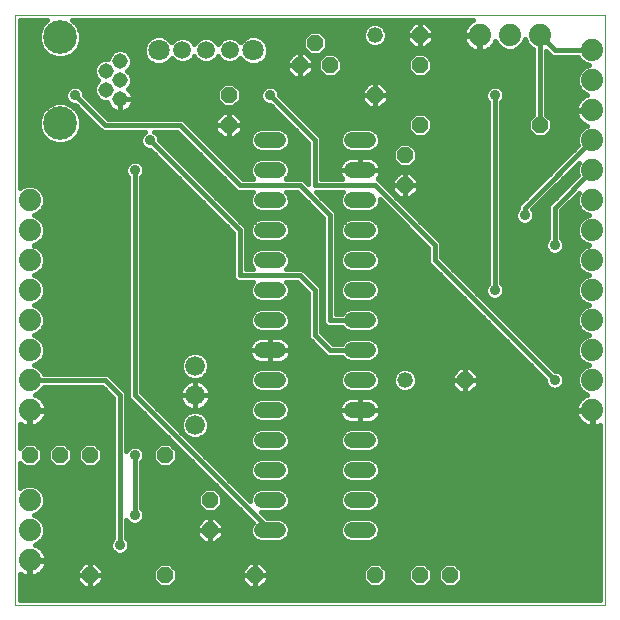
<source format=gbl>
G75*
%MOIN*%
%OFA0B0*%
%FSLAX25Y25*%
%IPPOS*%
%LPD*%
%AMOC8*
5,1,8,0,0,1.08239X$1,22.5*
%
%ADD10C,0.00000*%
%ADD11OC8,0.05200*%
%ADD12C,0.05200*%
%ADD13C,0.05200*%
%ADD14C,0.07400*%
%ADD15C,0.05937*%
%ADD16C,0.07087*%
%ADD17C,0.06600*%
%ADD18C,0.05150*%
%ADD19C,0.11220*%
%ADD20C,0.03562*%
%ADD21C,0.01600*%
D10*
X0011800Y0006800D02*
X0011800Y0203650D01*
X0208650Y0203650D01*
X0208650Y0006800D01*
X0011800Y0006800D01*
D11*
X0036800Y0016800D03*
X0061800Y0016800D03*
X0076800Y0031800D03*
X0076800Y0041800D03*
X0061800Y0056800D03*
X0036800Y0056800D03*
X0026800Y0056800D03*
X0016800Y0056800D03*
X0091800Y0016800D03*
X0131800Y0016800D03*
X0146800Y0016800D03*
X0156800Y0016800D03*
X0161800Y0081800D03*
X0141800Y0146800D03*
X0141800Y0156800D03*
X0146800Y0166800D03*
X0131800Y0176800D03*
X0116800Y0186800D03*
X0111800Y0194300D03*
X0106800Y0186800D03*
X0083050Y0176800D03*
X0083050Y0166800D03*
X0146800Y0186800D03*
X0146800Y0196800D03*
X0186800Y0166800D03*
D12*
X0131800Y0196800D03*
X0141800Y0081800D03*
D13*
X0129400Y0081800D02*
X0124200Y0081800D01*
X0124200Y0091800D02*
X0129400Y0091800D01*
X0129400Y0101800D02*
X0124200Y0101800D01*
X0124200Y0111800D02*
X0129400Y0111800D01*
X0129400Y0121800D02*
X0124200Y0121800D01*
X0124200Y0131800D02*
X0129400Y0131800D01*
X0129400Y0141800D02*
X0124200Y0141800D01*
X0124200Y0151800D02*
X0129400Y0151800D01*
X0129400Y0161800D02*
X0124200Y0161800D01*
X0099400Y0161800D02*
X0094200Y0161800D01*
X0094200Y0151800D02*
X0099400Y0151800D01*
X0099400Y0141800D02*
X0094200Y0141800D01*
X0094200Y0131800D02*
X0099400Y0131800D01*
X0099400Y0121800D02*
X0094200Y0121800D01*
X0094200Y0111800D02*
X0099400Y0111800D01*
X0099400Y0101800D02*
X0094200Y0101800D01*
X0094200Y0091800D02*
X0099400Y0091800D01*
X0099400Y0081800D02*
X0094200Y0081800D01*
X0094200Y0071800D02*
X0099400Y0071800D01*
X0099400Y0061800D02*
X0094200Y0061800D01*
X0094200Y0051800D02*
X0099400Y0051800D01*
X0099400Y0041800D02*
X0094200Y0041800D01*
X0094200Y0031800D02*
X0099400Y0031800D01*
X0124200Y0031800D02*
X0129400Y0031800D01*
X0129400Y0041800D02*
X0124200Y0041800D01*
X0124200Y0051800D02*
X0129400Y0051800D01*
X0129400Y0061800D02*
X0124200Y0061800D01*
X0124200Y0071800D02*
X0129400Y0071800D01*
D14*
X0204300Y0071800D03*
X0204300Y0081800D03*
X0204300Y0091800D03*
X0204300Y0101800D03*
X0204300Y0111800D03*
X0204300Y0121800D03*
X0204300Y0131800D03*
X0204300Y0141800D03*
X0204300Y0151800D03*
X0204300Y0161800D03*
X0204300Y0171800D03*
X0204300Y0181800D03*
X0204300Y0191800D03*
X0186800Y0196800D03*
X0176800Y0196800D03*
X0166800Y0196800D03*
X0016800Y0141800D03*
X0016800Y0131800D03*
X0016800Y0121800D03*
X0016800Y0111800D03*
X0016800Y0101800D03*
X0016800Y0091800D03*
X0016800Y0081800D03*
X0016800Y0071800D03*
X0016800Y0041800D03*
X0016800Y0031800D03*
X0016800Y0021800D03*
D15*
X0067676Y0191800D03*
X0075550Y0191800D03*
X0083424Y0191800D03*
D16*
X0091298Y0191800D03*
X0059802Y0191800D03*
D17*
X0071800Y0086643D03*
X0071800Y0076800D03*
X0071800Y0066957D03*
D18*
X0046879Y0175501D03*
X0042154Y0178650D03*
X0046879Y0181800D03*
X0042154Y0184950D03*
X0046879Y0188099D03*
D19*
X0026800Y0196170D03*
X0026800Y0167430D03*
D20*
X0031800Y0176800D03*
X0056800Y0161800D03*
X0051800Y0151800D03*
X0096800Y0176800D03*
X0171800Y0176800D03*
X0181800Y0136800D03*
X0191800Y0126800D03*
X0171800Y0111800D03*
X0191800Y0081800D03*
X0051800Y0056800D03*
X0051800Y0036800D03*
X0046800Y0026800D03*
D21*
X0046800Y0076800D01*
X0041800Y0081800D01*
X0016800Y0081800D01*
X0018563Y0077010D02*
X0019689Y0077476D01*
X0021124Y0078911D01*
X0021409Y0079600D01*
X0040889Y0079600D01*
X0044600Y0075889D01*
X0044600Y0029099D01*
X0044103Y0028602D01*
X0043619Y0027433D01*
X0043619Y0026167D01*
X0044103Y0024998D01*
X0044998Y0024103D01*
X0046167Y0023619D01*
X0047433Y0023619D01*
X0048602Y0024103D01*
X0049497Y0024998D01*
X0049981Y0026167D01*
X0049981Y0027433D01*
X0049497Y0028602D01*
X0049000Y0029099D01*
X0049000Y0035247D01*
X0049103Y0034998D01*
X0049998Y0034103D01*
X0051167Y0033619D01*
X0052433Y0033619D01*
X0053602Y0034103D01*
X0054497Y0034998D01*
X0054981Y0036167D01*
X0054981Y0037433D01*
X0054497Y0038602D01*
X0054000Y0039099D01*
X0054000Y0054501D01*
X0054497Y0054998D01*
X0054981Y0056167D01*
X0054981Y0057433D01*
X0054497Y0058602D01*
X0053602Y0059497D01*
X0052433Y0059981D01*
X0051167Y0059981D01*
X0049998Y0059497D01*
X0049103Y0058602D01*
X0049000Y0058353D01*
X0049000Y0077711D01*
X0047711Y0079000D01*
X0042711Y0084000D01*
X0021409Y0084000D01*
X0021124Y0084689D01*
X0019689Y0086124D01*
X0018056Y0086800D01*
X0019689Y0087476D01*
X0021124Y0088911D01*
X0021900Y0090786D01*
X0021900Y0092814D01*
X0021124Y0094689D01*
X0019689Y0096124D01*
X0018056Y0096800D01*
X0019689Y0097476D01*
X0021124Y0098911D01*
X0021900Y0100786D01*
X0021900Y0102814D01*
X0021124Y0104689D01*
X0019689Y0106124D01*
X0018056Y0106800D01*
X0019689Y0107476D01*
X0021124Y0108911D01*
X0021900Y0110786D01*
X0021900Y0112814D01*
X0021124Y0114689D01*
X0019689Y0116124D01*
X0018056Y0116800D01*
X0019689Y0117476D01*
X0021124Y0118911D01*
X0021900Y0120786D01*
X0021900Y0122814D01*
X0021124Y0124689D01*
X0019689Y0126124D01*
X0018056Y0126800D01*
X0019689Y0127476D01*
X0021124Y0128911D01*
X0021900Y0130786D01*
X0021900Y0132814D01*
X0021124Y0134689D01*
X0019689Y0136124D01*
X0018056Y0136800D01*
X0019689Y0137476D01*
X0021124Y0138911D01*
X0021900Y0140786D01*
X0021900Y0142814D01*
X0021124Y0144689D01*
X0019689Y0146124D01*
X0017814Y0146900D01*
X0015786Y0146900D01*
X0013911Y0146124D01*
X0013600Y0145812D01*
X0013600Y0201850D01*
X0022566Y0201850D01*
X0020857Y0200141D01*
X0019790Y0197564D01*
X0019790Y0194776D01*
X0020857Y0192199D01*
X0022829Y0190227D01*
X0025406Y0189160D01*
X0028194Y0189160D01*
X0030771Y0190227D01*
X0032743Y0192199D01*
X0033810Y0194776D01*
X0033810Y0197564D01*
X0032743Y0200141D01*
X0031034Y0201850D01*
X0164597Y0201850D01*
X0163917Y0201504D01*
X0163217Y0200995D01*
X0162605Y0200383D01*
X0162096Y0199683D01*
X0161703Y0198911D01*
X0161435Y0198088D01*
X0161300Y0197233D01*
X0161300Y0197000D01*
X0166600Y0197000D01*
X0166600Y0196600D01*
X0167000Y0196600D01*
X0167000Y0191300D01*
X0167233Y0191300D01*
X0168088Y0191435D01*
X0168911Y0191703D01*
X0169683Y0192096D01*
X0170383Y0192605D01*
X0170995Y0193217D01*
X0171504Y0193917D01*
X0171897Y0194689D01*
X0172010Y0195037D01*
X0172476Y0193911D01*
X0173911Y0192476D01*
X0175786Y0191700D01*
X0177814Y0191700D01*
X0179689Y0192476D01*
X0181124Y0193911D01*
X0181800Y0195544D01*
X0182476Y0193911D01*
X0183911Y0192476D01*
X0184600Y0192191D01*
X0184600Y0170257D01*
X0182800Y0168457D01*
X0182800Y0165143D01*
X0185143Y0162800D01*
X0188457Y0162800D01*
X0190800Y0165143D01*
X0190800Y0168457D01*
X0189000Y0170257D01*
X0189000Y0191489D01*
X0190889Y0189600D01*
X0199691Y0189600D01*
X0199976Y0188911D01*
X0201411Y0187476D01*
X0203044Y0186800D01*
X0201411Y0186124D01*
X0199976Y0184689D01*
X0199200Y0182814D01*
X0199200Y0180786D01*
X0199976Y0178911D01*
X0201411Y0177476D01*
X0202537Y0177010D01*
X0202189Y0176897D01*
X0201417Y0176504D01*
X0200717Y0175995D01*
X0200105Y0175383D01*
X0199596Y0174683D01*
X0199203Y0173911D01*
X0198935Y0173088D01*
X0198800Y0172233D01*
X0198800Y0172000D01*
X0204100Y0172000D01*
X0204100Y0171600D01*
X0198800Y0171600D01*
X0198800Y0171367D01*
X0198935Y0170512D01*
X0199203Y0169689D01*
X0199596Y0168917D01*
X0200105Y0168217D01*
X0200717Y0167605D01*
X0201417Y0167096D01*
X0202189Y0166703D01*
X0202537Y0166590D01*
X0201411Y0166124D01*
X0199976Y0164689D01*
X0199200Y0162814D01*
X0199200Y0160786D01*
X0199485Y0160097D01*
X0179600Y0140211D01*
X0179600Y0139099D01*
X0179103Y0138602D01*
X0178619Y0137433D01*
X0178619Y0136167D01*
X0179103Y0134998D01*
X0179998Y0134103D01*
X0181167Y0133619D01*
X0182433Y0133619D01*
X0183602Y0134103D01*
X0184497Y0134998D01*
X0184981Y0136167D01*
X0184981Y0137433D01*
X0184497Y0138602D01*
X0184355Y0138744D01*
X0199748Y0154136D01*
X0199200Y0152814D01*
X0199200Y0150786D01*
X0199485Y0150097D01*
X0189600Y0140211D01*
X0189600Y0129099D01*
X0189103Y0128602D01*
X0188619Y0127433D01*
X0188619Y0126167D01*
X0189103Y0124998D01*
X0189998Y0124103D01*
X0191167Y0123619D01*
X0192433Y0123619D01*
X0193602Y0124103D01*
X0194497Y0124998D01*
X0194981Y0126167D01*
X0194981Y0127433D01*
X0194497Y0128602D01*
X0194000Y0129099D01*
X0194000Y0138389D01*
X0199748Y0144136D01*
X0199200Y0142814D01*
X0199200Y0140786D01*
X0199976Y0138911D01*
X0201411Y0137476D01*
X0203044Y0136800D01*
X0201411Y0136124D01*
X0199976Y0134689D01*
X0199200Y0132814D01*
X0199200Y0130786D01*
X0199976Y0128911D01*
X0201411Y0127476D01*
X0203044Y0126800D01*
X0201411Y0126124D01*
X0199976Y0124689D01*
X0199200Y0122814D01*
X0199200Y0120786D01*
X0199976Y0118911D01*
X0201411Y0117476D01*
X0203044Y0116800D01*
X0201411Y0116124D01*
X0199976Y0114689D01*
X0199200Y0112814D01*
X0199200Y0110786D01*
X0199976Y0108911D01*
X0201411Y0107476D01*
X0203044Y0106800D01*
X0201411Y0106124D01*
X0199976Y0104689D01*
X0199200Y0102814D01*
X0199200Y0100786D01*
X0199976Y0098911D01*
X0201411Y0097476D01*
X0203044Y0096800D01*
X0201411Y0096124D01*
X0199976Y0094689D01*
X0199200Y0092814D01*
X0199200Y0090786D01*
X0199976Y0088911D01*
X0201411Y0087476D01*
X0203044Y0086800D01*
X0201411Y0086124D01*
X0199976Y0084689D01*
X0199200Y0082814D01*
X0199200Y0080786D01*
X0199976Y0078911D01*
X0201411Y0077476D01*
X0202537Y0077010D01*
X0202189Y0076897D01*
X0201417Y0076504D01*
X0200717Y0075995D01*
X0200105Y0075383D01*
X0199596Y0074683D01*
X0199203Y0073911D01*
X0198935Y0073088D01*
X0198800Y0072233D01*
X0198800Y0072000D01*
X0204100Y0072000D01*
X0204100Y0071600D01*
X0204500Y0071600D01*
X0204500Y0066300D01*
X0204733Y0066300D01*
X0205588Y0066435D01*
X0206411Y0066703D01*
X0206850Y0066927D01*
X0206850Y0008600D01*
X0013600Y0008600D01*
X0013600Y0017327D01*
X0013917Y0017096D01*
X0014689Y0016703D01*
X0015512Y0016435D01*
X0016367Y0016300D01*
X0016600Y0016300D01*
X0016600Y0021600D01*
X0017000Y0021600D01*
X0017000Y0022000D01*
X0022300Y0022000D01*
X0022300Y0022233D01*
X0022165Y0023088D01*
X0021897Y0023911D01*
X0021504Y0024683D01*
X0020995Y0025383D01*
X0020383Y0025995D01*
X0019683Y0026504D01*
X0018911Y0026897D01*
X0018563Y0027010D01*
X0019689Y0027476D01*
X0021124Y0028911D01*
X0021900Y0030786D01*
X0021900Y0032814D01*
X0021124Y0034689D01*
X0019689Y0036124D01*
X0018056Y0036800D01*
X0019689Y0037476D01*
X0021124Y0038911D01*
X0021900Y0040786D01*
X0021900Y0042814D01*
X0021124Y0044689D01*
X0019689Y0046124D01*
X0017814Y0046900D01*
X0015786Y0046900D01*
X0013911Y0046124D01*
X0013600Y0045812D01*
X0013600Y0054343D01*
X0015143Y0052800D01*
X0018457Y0052800D01*
X0020800Y0055143D01*
X0020800Y0058457D01*
X0018457Y0060800D01*
X0015143Y0060800D01*
X0013600Y0059257D01*
X0013600Y0067327D01*
X0013917Y0067096D01*
X0014689Y0066703D01*
X0015512Y0066435D01*
X0016367Y0066300D01*
X0016600Y0066300D01*
X0016600Y0071600D01*
X0017000Y0071600D01*
X0017000Y0072000D01*
X0022300Y0072000D01*
X0022300Y0072233D01*
X0022165Y0073088D01*
X0021897Y0073911D01*
X0021504Y0074683D01*
X0020995Y0075383D01*
X0020383Y0075995D01*
X0019683Y0076504D01*
X0018911Y0076897D01*
X0018563Y0077010D01*
X0018863Y0077134D02*
X0043354Y0077134D01*
X0044600Y0075536D02*
X0020842Y0075536D01*
X0021884Y0073937D02*
X0044600Y0073937D01*
X0044600Y0072339D02*
X0022283Y0072339D01*
X0022300Y0071600D02*
X0017000Y0071600D01*
X0017000Y0066300D01*
X0017233Y0066300D01*
X0018088Y0066435D01*
X0018911Y0066703D01*
X0019683Y0067096D01*
X0020383Y0067605D01*
X0020995Y0068217D01*
X0021504Y0068917D01*
X0021897Y0069689D01*
X0022165Y0070512D01*
X0022300Y0071367D01*
X0022300Y0071600D01*
X0022201Y0070740D02*
X0044600Y0070740D01*
X0044600Y0069142D02*
X0021618Y0069142D01*
X0020298Y0067543D02*
X0044600Y0067543D01*
X0044600Y0065945D02*
X0013600Y0065945D01*
X0013600Y0064346D02*
X0044600Y0064346D01*
X0044600Y0062748D02*
X0013600Y0062748D01*
X0013600Y0061149D02*
X0044600Y0061149D01*
X0044600Y0059551D02*
X0039706Y0059551D01*
X0040800Y0058457D02*
X0038457Y0060800D01*
X0035143Y0060800D01*
X0032800Y0058457D01*
X0032800Y0055143D01*
X0035143Y0052800D01*
X0038457Y0052800D01*
X0040800Y0055143D01*
X0040800Y0058457D01*
X0040800Y0057952D02*
X0044600Y0057952D01*
X0044600Y0056354D02*
X0040800Y0056354D01*
X0040412Y0054755D02*
X0044600Y0054755D01*
X0044600Y0053157D02*
X0038814Y0053157D01*
X0034786Y0053157D02*
X0028814Y0053157D01*
X0028457Y0052800D02*
X0030800Y0055143D01*
X0030800Y0058457D01*
X0028457Y0060800D01*
X0025143Y0060800D01*
X0022800Y0058457D01*
X0022800Y0055143D01*
X0025143Y0052800D01*
X0028457Y0052800D01*
X0030412Y0054755D02*
X0033188Y0054755D01*
X0032800Y0056354D02*
X0030800Y0056354D01*
X0030800Y0057952D02*
X0032800Y0057952D01*
X0033894Y0059551D02*
X0029706Y0059551D01*
X0023894Y0059551D02*
X0019706Y0059551D01*
X0020800Y0057952D02*
X0022800Y0057952D01*
X0022800Y0056354D02*
X0020800Y0056354D01*
X0020412Y0054755D02*
X0023188Y0054755D01*
X0024786Y0053157D02*
X0018814Y0053157D01*
X0014786Y0053157D02*
X0013600Y0053157D01*
X0013600Y0051558D02*
X0044600Y0051558D01*
X0044600Y0049960D02*
X0013600Y0049960D01*
X0013600Y0048361D02*
X0044600Y0048361D01*
X0044600Y0046763D02*
X0018146Y0046763D01*
X0015454Y0046763D02*
X0013600Y0046763D01*
X0020648Y0045164D02*
X0044600Y0045164D01*
X0044600Y0043566D02*
X0021589Y0043566D01*
X0021900Y0041967D02*
X0044600Y0041967D01*
X0044600Y0040369D02*
X0021727Y0040369D01*
X0020983Y0038770D02*
X0044600Y0038770D01*
X0044600Y0037172D02*
X0018953Y0037172D01*
X0020239Y0035573D02*
X0044600Y0035573D01*
X0044600Y0033975D02*
X0021419Y0033975D01*
X0021900Y0032376D02*
X0044600Y0032376D01*
X0044600Y0030778D02*
X0021897Y0030778D01*
X0021235Y0029179D02*
X0044600Y0029179D01*
X0043680Y0027581D02*
X0019793Y0027581D01*
X0020396Y0025982D02*
X0043696Y0025982D01*
X0044718Y0024384D02*
X0021656Y0024384D01*
X0022213Y0022785D02*
X0206850Y0022785D01*
X0206850Y0021187D02*
X0093636Y0021187D01*
X0093623Y0021200D02*
X0091800Y0021200D01*
X0091800Y0016800D01*
X0096200Y0016800D01*
X0096200Y0018623D01*
X0093623Y0021200D01*
X0091800Y0021187D02*
X0091800Y0021187D01*
X0091800Y0021200D02*
X0089977Y0021200D01*
X0087400Y0018623D01*
X0087400Y0016800D01*
X0091800Y0016800D01*
X0091800Y0016800D01*
X0091800Y0016800D01*
X0096200Y0016800D01*
X0096200Y0014977D01*
X0093623Y0012400D01*
X0091800Y0012400D01*
X0091800Y0016800D01*
X0091800Y0016800D01*
X0091800Y0016800D01*
X0091800Y0021200D01*
X0091800Y0019588D02*
X0091800Y0019588D01*
X0091800Y0017990D02*
X0091800Y0017990D01*
X0091800Y0016800D02*
X0087400Y0016800D01*
X0087400Y0014977D01*
X0089977Y0012400D01*
X0091800Y0012400D01*
X0091800Y0016800D01*
X0091800Y0016391D02*
X0091800Y0016391D01*
X0091800Y0014793D02*
X0091800Y0014793D01*
X0091800Y0013194D02*
X0091800Y0013194D01*
X0089183Y0013194D02*
X0063851Y0013194D01*
X0063457Y0012800D02*
X0065800Y0015143D01*
X0065800Y0018457D01*
X0063457Y0020800D01*
X0060143Y0020800D01*
X0057800Y0018457D01*
X0057800Y0015143D01*
X0060143Y0012800D01*
X0063457Y0012800D01*
X0065449Y0014793D02*
X0087585Y0014793D01*
X0087400Y0016391D02*
X0065800Y0016391D01*
X0065800Y0017990D02*
X0087400Y0017990D01*
X0088366Y0019588D02*
X0064669Y0019588D01*
X0058931Y0019588D02*
X0040234Y0019588D01*
X0041200Y0018623D02*
X0038623Y0021200D01*
X0036800Y0021200D01*
X0036800Y0016800D01*
X0036800Y0016800D01*
X0041200Y0016800D01*
X0041200Y0018623D01*
X0041200Y0017990D02*
X0057800Y0017990D01*
X0057800Y0016391D02*
X0041200Y0016391D01*
X0041200Y0016800D02*
X0041200Y0014977D01*
X0038623Y0012400D01*
X0036800Y0012400D01*
X0036800Y0016800D01*
X0036800Y0016800D01*
X0036800Y0016800D01*
X0032400Y0016800D01*
X0032400Y0018623D01*
X0034977Y0021200D01*
X0036800Y0021200D01*
X0036800Y0016800D01*
X0041200Y0016800D01*
X0041015Y0014793D02*
X0058151Y0014793D01*
X0059749Y0013194D02*
X0039417Y0013194D01*
X0036800Y0013194D02*
X0036800Y0013194D01*
X0036800Y0012400D02*
X0036800Y0016800D01*
X0036800Y0016800D01*
X0032400Y0016800D01*
X0032400Y0014977D01*
X0034977Y0012400D01*
X0036800Y0012400D01*
X0034183Y0013194D02*
X0013600Y0013194D01*
X0013600Y0011596D02*
X0206850Y0011596D01*
X0206850Y0013194D02*
X0158851Y0013194D01*
X0158457Y0012800D02*
X0160800Y0015143D01*
X0160800Y0018457D01*
X0158457Y0020800D01*
X0155143Y0020800D01*
X0152800Y0018457D01*
X0152800Y0015143D01*
X0155143Y0012800D01*
X0158457Y0012800D01*
X0160449Y0014793D02*
X0206850Y0014793D01*
X0206850Y0016391D02*
X0160800Y0016391D01*
X0160800Y0017990D02*
X0206850Y0017990D01*
X0206850Y0019588D02*
X0159669Y0019588D01*
X0153931Y0019588D02*
X0149669Y0019588D01*
X0150800Y0018457D02*
X0148457Y0020800D01*
X0145143Y0020800D01*
X0142800Y0018457D01*
X0142800Y0015143D01*
X0145143Y0012800D01*
X0148457Y0012800D01*
X0150800Y0015143D01*
X0150800Y0018457D01*
X0150800Y0017990D02*
X0152800Y0017990D01*
X0152800Y0016391D02*
X0150800Y0016391D01*
X0150449Y0014793D02*
X0153151Y0014793D01*
X0154749Y0013194D02*
X0148851Y0013194D01*
X0144749Y0013194D02*
X0133851Y0013194D01*
X0133457Y0012800D02*
X0135800Y0015143D01*
X0135800Y0018457D01*
X0133457Y0020800D01*
X0130143Y0020800D01*
X0127800Y0018457D01*
X0127800Y0015143D01*
X0130143Y0012800D01*
X0133457Y0012800D01*
X0135449Y0014793D02*
X0143151Y0014793D01*
X0142800Y0016391D02*
X0135800Y0016391D01*
X0135800Y0017990D02*
X0142800Y0017990D01*
X0143931Y0019588D02*
X0134669Y0019588D01*
X0128931Y0019588D02*
X0095234Y0019588D01*
X0096200Y0017990D02*
X0127800Y0017990D01*
X0127800Y0016391D02*
X0096200Y0016391D01*
X0096015Y0014793D02*
X0128151Y0014793D01*
X0129749Y0013194D02*
X0094417Y0013194D01*
X0089964Y0021187D02*
X0038636Y0021187D01*
X0036800Y0021187D02*
X0036800Y0021187D01*
X0036800Y0019588D02*
X0036800Y0019588D01*
X0036800Y0017990D02*
X0036800Y0017990D01*
X0036800Y0016391D02*
X0036800Y0016391D01*
X0036800Y0014793D02*
X0036800Y0014793D01*
X0032585Y0014793D02*
X0013600Y0014793D01*
X0013600Y0016391D02*
X0015792Y0016391D01*
X0016600Y0016391D02*
X0017000Y0016391D01*
X0017000Y0016300D02*
X0017233Y0016300D01*
X0018088Y0016435D01*
X0018911Y0016703D01*
X0019683Y0017096D01*
X0020383Y0017605D01*
X0020995Y0018217D01*
X0021504Y0018917D01*
X0021897Y0019689D01*
X0022165Y0020512D01*
X0022300Y0021367D01*
X0022300Y0021600D01*
X0017000Y0021600D01*
X0017000Y0016300D01*
X0017808Y0016391D02*
X0032400Y0016391D01*
X0032400Y0017990D02*
X0020768Y0017990D01*
X0021846Y0019588D02*
X0033366Y0019588D01*
X0034964Y0021187D02*
X0022271Y0021187D01*
X0017000Y0021187D02*
X0016600Y0021187D01*
X0016600Y0019588D02*
X0017000Y0019588D01*
X0017000Y0017990D02*
X0016600Y0017990D01*
X0013600Y0009997D02*
X0206850Y0009997D01*
X0206850Y0024384D02*
X0048882Y0024384D01*
X0049904Y0025982D02*
X0206850Y0025982D01*
X0206850Y0027581D02*
X0078803Y0027581D01*
X0078623Y0027400D02*
X0081200Y0029977D01*
X0081200Y0031800D01*
X0081200Y0033623D01*
X0078623Y0036200D01*
X0076800Y0036200D01*
X0076800Y0031800D01*
X0076800Y0031800D01*
X0081200Y0031800D01*
X0076800Y0031800D01*
X0076800Y0031800D01*
X0076800Y0031800D01*
X0072400Y0031800D01*
X0072400Y0033623D01*
X0074977Y0036200D01*
X0076800Y0036200D01*
X0076800Y0031800D01*
X0076800Y0027400D01*
X0078623Y0027400D01*
X0076800Y0027400D02*
X0076800Y0031800D01*
X0076800Y0031800D01*
X0072400Y0031800D01*
X0072400Y0029977D01*
X0074977Y0027400D01*
X0076800Y0027400D01*
X0076800Y0027581D02*
X0076800Y0027581D01*
X0076800Y0029179D02*
X0076800Y0029179D01*
X0076800Y0030778D02*
X0076800Y0030778D01*
X0076800Y0032376D02*
X0076800Y0032376D01*
X0076800Y0033975D02*
X0076800Y0033975D01*
X0076800Y0035573D02*
X0076800Y0035573D01*
X0079249Y0035573D02*
X0089916Y0035573D01*
X0091116Y0034373D02*
X0090809Y0034066D01*
X0090200Y0032596D01*
X0090200Y0031004D01*
X0090809Y0029534D01*
X0091934Y0028409D01*
X0093404Y0027800D01*
X0100196Y0027800D01*
X0101666Y0028409D01*
X0102791Y0029534D01*
X0103400Y0031004D01*
X0103400Y0032596D01*
X0102791Y0034066D01*
X0101666Y0035191D01*
X0100196Y0035800D01*
X0095911Y0035800D01*
X0093911Y0037800D01*
X0100196Y0037800D01*
X0101666Y0038409D01*
X0102791Y0039534D01*
X0103400Y0041004D01*
X0103400Y0042596D01*
X0102791Y0044066D01*
X0101666Y0045191D01*
X0100196Y0045800D01*
X0093404Y0045800D01*
X0091934Y0045191D01*
X0090809Y0044066D01*
X0090200Y0042596D01*
X0090200Y0041511D01*
X0054000Y0077711D01*
X0054000Y0149501D01*
X0054497Y0149998D01*
X0054981Y0151167D01*
X0054981Y0152433D01*
X0054497Y0153602D01*
X0053602Y0154497D01*
X0052433Y0154981D01*
X0051167Y0154981D01*
X0049998Y0154497D01*
X0049103Y0153602D01*
X0048619Y0152433D01*
X0048619Y0151167D01*
X0049103Y0149998D01*
X0049600Y0149501D01*
X0049600Y0075889D01*
X0091116Y0034373D01*
X0090771Y0033975D02*
X0080848Y0033975D01*
X0081200Y0032376D02*
X0090200Y0032376D01*
X0090294Y0030778D02*
X0081200Y0030778D01*
X0080402Y0029179D02*
X0091164Y0029179D01*
X0096800Y0031800D02*
X0051800Y0076800D01*
X0051800Y0151800D01*
X0048827Y0150666D02*
X0013600Y0150666D01*
X0013600Y0149068D02*
X0049600Y0149068D01*
X0049600Y0147469D02*
X0013600Y0147469D01*
X0013600Y0145870D02*
X0013658Y0145870D01*
X0019942Y0145870D02*
X0049600Y0145870D01*
X0049600Y0144272D02*
X0021296Y0144272D01*
X0021900Y0142673D02*
X0049600Y0142673D01*
X0049600Y0141075D02*
X0021900Y0141075D01*
X0021358Y0139476D02*
X0049600Y0139476D01*
X0049600Y0137878D02*
X0020090Y0137878D01*
X0019313Y0136279D02*
X0049600Y0136279D01*
X0049600Y0134681D02*
X0021127Y0134681D01*
X0021789Y0133082D02*
X0049600Y0133082D01*
X0049600Y0131484D02*
X0021900Y0131484D01*
X0021527Y0129885D02*
X0049600Y0129885D01*
X0049600Y0128287D02*
X0020499Y0128287D01*
X0018325Y0126688D02*
X0049600Y0126688D01*
X0049600Y0125090D02*
X0020723Y0125090D01*
X0021620Y0123491D02*
X0049600Y0123491D01*
X0049600Y0121893D02*
X0021900Y0121893D01*
X0021697Y0120294D02*
X0049600Y0120294D01*
X0049600Y0118696D02*
X0020908Y0118696D01*
X0018774Y0117097D02*
X0049600Y0117097D01*
X0049600Y0115499D02*
X0020314Y0115499D01*
X0021450Y0113900D02*
X0049600Y0113900D01*
X0049600Y0112302D02*
X0021900Y0112302D01*
X0021866Y0110703D02*
X0049600Y0110703D01*
X0049600Y0109105D02*
X0021204Y0109105D01*
X0019719Y0107506D02*
X0049600Y0107506D01*
X0049600Y0105908D02*
X0019905Y0105908D01*
X0021281Y0104309D02*
X0049600Y0104309D01*
X0049600Y0102711D02*
X0021900Y0102711D01*
X0021900Y0101112D02*
X0049600Y0101112D01*
X0049600Y0099514D02*
X0021373Y0099514D01*
X0020128Y0097915D02*
X0049600Y0097915D01*
X0049600Y0096317D02*
X0019223Y0096317D01*
X0021094Y0094718D02*
X0049600Y0094718D01*
X0049600Y0093120D02*
X0021774Y0093120D01*
X0021900Y0091521D02*
X0049600Y0091521D01*
X0049600Y0089923D02*
X0021543Y0089923D01*
X0020537Y0088324D02*
X0049600Y0088324D01*
X0049600Y0086726D02*
X0018236Y0086726D01*
X0020685Y0085127D02*
X0049600Y0085127D01*
X0049600Y0083529D02*
X0043183Y0083529D01*
X0044781Y0081930D02*
X0049600Y0081930D01*
X0049600Y0080332D02*
X0046380Y0080332D01*
X0047978Y0078733D02*
X0049600Y0078733D01*
X0049600Y0077134D02*
X0049000Y0077134D01*
X0049000Y0075536D02*
X0049953Y0075536D01*
X0049000Y0073937D02*
X0051551Y0073937D01*
X0053150Y0072339D02*
X0049000Y0072339D01*
X0049000Y0070740D02*
X0054748Y0070740D01*
X0056347Y0069142D02*
X0049000Y0069142D01*
X0049000Y0067543D02*
X0057945Y0067543D01*
X0059544Y0065945D02*
X0049000Y0065945D01*
X0049000Y0064346D02*
X0061142Y0064346D01*
X0062741Y0062748D02*
X0049000Y0062748D01*
X0049000Y0061149D02*
X0064339Y0061149D01*
X0063457Y0060800D02*
X0060143Y0060800D01*
X0057800Y0058457D01*
X0057800Y0055143D01*
X0060143Y0052800D01*
X0063457Y0052800D01*
X0065800Y0055143D01*
X0065800Y0058457D01*
X0063457Y0060800D01*
X0064706Y0059551D02*
X0065938Y0059551D01*
X0065800Y0057952D02*
X0067536Y0057952D01*
X0069135Y0056354D02*
X0065800Y0056354D01*
X0065412Y0054755D02*
X0070733Y0054755D01*
X0072332Y0053157D02*
X0063814Y0053157D01*
X0059786Y0053157D02*
X0054000Y0053157D01*
X0054000Y0051558D02*
X0073930Y0051558D01*
X0075529Y0049960D02*
X0054000Y0049960D01*
X0054000Y0048361D02*
X0077127Y0048361D01*
X0078726Y0046763D02*
X0054000Y0046763D01*
X0054000Y0045164D02*
X0074507Y0045164D01*
X0075143Y0045800D02*
X0072800Y0043457D01*
X0072800Y0040143D01*
X0075143Y0037800D01*
X0078457Y0037800D01*
X0080800Y0040143D01*
X0080800Y0043457D01*
X0078457Y0045800D01*
X0075143Y0045800D01*
X0072909Y0043566D02*
X0054000Y0043566D01*
X0054000Y0041967D02*
X0072800Y0041967D01*
X0072800Y0040369D02*
X0054000Y0040369D01*
X0054329Y0038770D02*
X0074173Y0038770D01*
X0074351Y0035573D02*
X0054735Y0035573D01*
X0054981Y0037172D02*
X0088317Y0037172D01*
X0086718Y0038770D02*
X0079427Y0038770D01*
X0080800Y0040369D02*
X0085120Y0040369D01*
X0083521Y0041967D02*
X0080800Y0041967D01*
X0080691Y0043566D02*
X0081923Y0043566D01*
X0080324Y0045164D02*
X0079093Y0045164D01*
X0083350Y0048361D02*
X0092049Y0048361D01*
X0091934Y0048409D02*
X0093404Y0047800D01*
X0100196Y0047800D01*
X0101666Y0048409D01*
X0102791Y0049534D01*
X0103400Y0051004D01*
X0103400Y0052596D01*
X0102791Y0054066D01*
X0101666Y0055191D01*
X0100196Y0055800D01*
X0093404Y0055800D01*
X0091934Y0055191D01*
X0090809Y0054066D01*
X0090200Y0052596D01*
X0090200Y0051004D01*
X0090809Y0049534D01*
X0091934Y0048409D01*
X0090633Y0049960D02*
X0081751Y0049960D01*
X0080153Y0051558D02*
X0090200Y0051558D01*
X0090432Y0053157D02*
X0078554Y0053157D01*
X0076956Y0054755D02*
X0091498Y0054755D01*
X0093037Y0057952D02*
X0073759Y0057952D01*
X0075357Y0056354D02*
X0206850Y0056354D01*
X0206850Y0057952D02*
X0130563Y0057952D01*
X0130196Y0057800D02*
X0131666Y0058409D01*
X0132791Y0059534D01*
X0133400Y0061004D01*
X0133400Y0062596D01*
X0132791Y0064066D01*
X0131666Y0065191D01*
X0130196Y0065800D01*
X0123404Y0065800D01*
X0121934Y0065191D01*
X0120809Y0064066D01*
X0120200Y0062596D01*
X0120200Y0061004D01*
X0120809Y0059534D01*
X0121934Y0058409D01*
X0123404Y0057800D01*
X0130196Y0057800D01*
X0130196Y0055800D02*
X0131666Y0055191D01*
X0132791Y0054066D01*
X0133400Y0052596D01*
X0133400Y0051004D01*
X0132791Y0049534D01*
X0131666Y0048409D01*
X0130196Y0047800D01*
X0123404Y0047800D01*
X0121934Y0048409D01*
X0120809Y0049534D01*
X0120200Y0051004D01*
X0120200Y0052596D01*
X0120809Y0054066D01*
X0121934Y0055191D01*
X0123404Y0055800D01*
X0130196Y0055800D01*
X0132102Y0054755D02*
X0206850Y0054755D01*
X0206850Y0053157D02*
X0133168Y0053157D01*
X0133400Y0051558D02*
X0206850Y0051558D01*
X0206850Y0049960D02*
X0132967Y0049960D01*
X0131551Y0048361D02*
X0206850Y0048361D01*
X0206850Y0046763D02*
X0084948Y0046763D01*
X0086547Y0045164D02*
X0091907Y0045164D01*
X0090602Y0043566D02*
X0088145Y0043566D01*
X0089744Y0041967D02*
X0090200Y0041967D01*
X0094540Y0037172D02*
X0206850Y0037172D01*
X0206850Y0038770D02*
X0132027Y0038770D01*
X0131666Y0038409D02*
X0132791Y0039534D01*
X0133400Y0041004D01*
X0133400Y0042596D01*
X0132791Y0044066D01*
X0131666Y0045191D01*
X0130196Y0045800D01*
X0123404Y0045800D01*
X0121934Y0045191D01*
X0120809Y0044066D01*
X0120200Y0042596D01*
X0120200Y0041004D01*
X0120809Y0039534D01*
X0121934Y0038409D01*
X0123404Y0037800D01*
X0130196Y0037800D01*
X0131666Y0038409D01*
X0133137Y0040369D02*
X0206850Y0040369D01*
X0206850Y0041967D02*
X0133400Y0041967D01*
X0132998Y0043566D02*
X0206850Y0043566D01*
X0206850Y0045164D02*
X0131693Y0045164D01*
X0130196Y0035800D02*
X0123404Y0035800D01*
X0121934Y0035191D01*
X0120809Y0034066D01*
X0120200Y0032596D01*
X0120200Y0031004D01*
X0120809Y0029534D01*
X0121934Y0028409D01*
X0123404Y0027800D01*
X0130196Y0027800D01*
X0131666Y0028409D01*
X0132791Y0029534D01*
X0133400Y0031004D01*
X0133400Y0032596D01*
X0132791Y0034066D01*
X0131666Y0035191D01*
X0130196Y0035800D01*
X0130743Y0035573D02*
X0206850Y0035573D01*
X0206850Y0033975D02*
X0132829Y0033975D01*
X0133400Y0032376D02*
X0206850Y0032376D01*
X0206850Y0030778D02*
X0133306Y0030778D01*
X0132436Y0029179D02*
X0206850Y0029179D01*
X0206850Y0059551D02*
X0132798Y0059551D01*
X0133400Y0061149D02*
X0206850Y0061149D01*
X0206850Y0062748D02*
X0133337Y0062748D01*
X0132510Y0064346D02*
X0206850Y0064346D01*
X0206850Y0065945D02*
X0076468Y0065945D01*
X0076500Y0066023D02*
X0075784Y0064295D01*
X0074462Y0062973D01*
X0072735Y0062257D01*
X0070865Y0062257D01*
X0069138Y0062973D01*
X0067816Y0064295D01*
X0067100Y0066023D01*
X0067100Y0067892D01*
X0067816Y0069620D01*
X0069138Y0070942D01*
X0070865Y0071657D01*
X0072735Y0071657D01*
X0074462Y0070942D01*
X0075784Y0069620D01*
X0076500Y0067892D01*
X0076500Y0066023D01*
X0076500Y0067543D02*
X0123062Y0067543D01*
X0123170Y0067508D02*
X0123854Y0067400D01*
X0126800Y0067400D01*
X0129746Y0067400D01*
X0130430Y0067508D01*
X0131089Y0067722D01*
X0131706Y0068037D01*
X0132266Y0068444D01*
X0132756Y0068934D01*
X0133163Y0069494D01*
X0133478Y0070111D01*
X0133692Y0070770D01*
X0133800Y0071454D01*
X0133800Y0071800D01*
X0133800Y0072146D01*
X0133692Y0072830D01*
X0133478Y0073489D01*
X0133163Y0074106D01*
X0132756Y0074666D01*
X0132266Y0075156D01*
X0131706Y0075563D01*
X0131089Y0075878D01*
X0130430Y0076092D01*
X0129746Y0076200D01*
X0126800Y0076200D01*
X0126800Y0071800D01*
X0126800Y0071800D01*
X0133800Y0071800D01*
X0126800Y0071800D01*
X0126800Y0071800D01*
X0126800Y0067400D01*
X0126800Y0071800D01*
X0126800Y0071800D01*
X0126800Y0071800D01*
X0119800Y0071800D01*
X0119800Y0072146D01*
X0119908Y0072830D01*
X0120122Y0073489D01*
X0120437Y0074106D01*
X0120844Y0074666D01*
X0121334Y0075156D01*
X0121894Y0075563D01*
X0122511Y0075878D01*
X0123170Y0076092D01*
X0123854Y0076200D01*
X0126800Y0076200D01*
X0126800Y0071800D01*
X0119800Y0071800D01*
X0119800Y0071454D01*
X0119908Y0070770D01*
X0120122Y0070111D01*
X0120437Y0069494D01*
X0120844Y0068934D01*
X0121334Y0068444D01*
X0121894Y0068037D01*
X0122511Y0067722D01*
X0123170Y0067508D01*
X0120692Y0069142D02*
X0102399Y0069142D01*
X0102791Y0069534D02*
X0101666Y0068409D01*
X0100196Y0067800D01*
X0093404Y0067800D01*
X0091934Y0068409D01*
X0090809Y0069534D01*
X0090200Y0071004D01*
X0090200Y0072596D01*
X0090809Y0074066D01*
X0091934Y0075191D01*
X0093404Y0075800D01*
X0100196Y0075800D01*
X0101666Y0075191D01*
X0102791Y0074066D01*
X0103400Y0072596D01*
X0103400Y0071004D01*
X0102791Y0069534D01*
X0103291Y0070740D02*
X0119918Y0070740D01*
X0119831Y0072339D02*
X0103400Y0072339D01*
X0102844Y0073937D02*
X0120351Y0073937D01*
X0121856Y0075536D02*
X0100833Y0075536D01*
X0100196Y0077800D02*
X0101666Y0078409D01*
X0102791Y0079534D01*
X0103400Y0081004D01*
X0103400Y0082596D01*
X0102791Y0084066D01*
X0101666Y0085191D01*
X0100196Y0085800D01*
X0093404Y0085800D01*
X0091934Y0085191D01*
X0090809Y0084066D01*
X0090200Y0082596D01*
X0090200Y0081004D01*
X0090809Y0079534D01*
X0091934Y0078409D01*
X0093404Y0077800D01*
X0100196Y0077800D01*
X0101990Y0078733D02*
X0121610Y0078733D01*
X0121934Y0078409D02*
X0123404Y0077800D01*
X0130196Y0077800D01*
X0131666Y0078409D01*
X0132791Y0079534D01*
X0133400Y0081004D01*
X0133400Y0082596D01*
X0132791Y0084066D01*
X0131666Y0085191D01*
X0130196Y0085800D01*
X0123404Y0085800D01*
X0121934Y0085191D01*
X0120809Y0084066D01*
X0120200Y0082596D01*
X0120200Y0081004D01*
X0120809Y0079534D01*
X0121934Y0078409D01*
X0120479Y0080332D02*
X0103121Y0080332D01*
X0103400Y0081930D02*
X0120200Y0081930D01*
X0120586Y0083529D02*
X0103014Y0083529D01*
X0101730Y0085127D02*
X0121870Y0085127D01*
X0123404Y0087800D02*
X0121934Y0088409D01*
X0120809Y0089534D01*
X0120782Y0089600D01*
X0115889Y0089600D01*
X0109600Y0095889D01*
X0109600Y0110889D01*
X0105889Y0114600D01*
X0102257Y0114600D01*
X0102791Y0114066D01*
X0103400Y0112596D01*
X0103400Y0111004D01*
X0102791Y0109534D01*
X0101666Y0108409D01*
X0100196Y0107800D01*
X0093404Y0107800D01*
X0091934Y0108409D01*
X0090809Y0109534D01*
X0090200Y0111004D01*
X0090200Y0112596D01*
X0090809Y0114066D01*
X0091343Y0114600D01*
X0085889Y0114600D01*
X0084600Y0115889D01*
X0084600Y0130889D01*
X0056870Y0158619D01*
X0056167Y0158619D01*
X0054998Y0159103D01*
X0054103Y0159998D01*
X0053619Y0161167D01*
X0053619Y0162433D01*
X0054103Y0163602D01*
X0054998Y0164497D01*
X0055247Y0164600D01*
X0040889Y0164600D01*
X0031870Y0173619D01*
X0031167Y0173619D01*
X0029998Y0174103D01*
X0029103Y0174998D01*
X0028619Y0176167D01*
X0028619Y0177433D01*
X0029103Y0178602D01*
X0029998Y0179497D01*
X0031167Y0179981D01*
X0032433Y0179981D01*
X0033602Y0179497D01*
X0034497Y0178602D01*
X0034981Y0177433D01*
X0034981Y0176730D01*
X0042711Y0169000D01*
X0067711Y0169000D01*
X0069000Y0167711D01*
X0087711Y0149000D01*
X0091343Y0149000D01*
X0090809Y0149534D01*
X0090200Y0151004D01*
X0090200Y0152596D01*
X0090809Y0154066D01*
X0091934Y0155191D01*
X0093404Y0155800D01*
X0100196Y0155800D01*
X0101666Y0155191D01*
X0102791Y0154066D01*
X0103400Y0152596D01*
X0103400Y0151004D01*
X0102791Y0149534D01*
X0102257Y0149000D01*
X0107711Y0149000D01*
X0109000Y0147711D01*
X0109600Y0147111D01*
X0109600Y0160889D01*
X0096870Y0173619D01*
X0096167Y0173619D01*
X0094998Y0174103D01*
X0094103Y0174998D01*
X0093619Y0176167D01*
X0093619Y0177433D01*
X0094103Y0178602D01*
X0094998Y0179497D01*
X0096167Y0179981D01*
X0097433Y0179981D01*
X0098602Y0179497D01*
X0099497Y0178602D01*
X0099981Y0177433D01*
X0099981Y0176730D01*
X0112711Y0164000D01*
X0114000Y0162711D01*
X0114000Y0149000D01*
X0120796Y0149000D01*
X0120437Y0149494D01*
X0120122Y0150111D01*
X0119908Y0150770D01*
X0119800Y0151454D01*
X0119800Y0151800D01*
X0126800Y0151800D01*
X0126800Y0151800D01*
X0126800Y0156200D01*
X0129746Y0156200D01*
X0130430Y0156092D01*
X0131089Y0155878D01*
X0131706Y0155563D01*
X0132266Y0155156D01*
X0132756Y0154666D01*
X0133163Y0154106D01*
X0133478Y0153489D01*
X0133692Y0152830D01*
X0133800Y0152146D01*
X0133800Y0151800D01*
X0126800Y0151800D01*
X0126800Y0151800D01*
X0126800Y0151800D01*
X0126800Y0156200D01*
X0123854Y0156200D01*
X0123170Y0156092D01*
X0122511Y0155878D01*
X0121894Y0155563D01*
X0121334Y0155156D01*
X0120844Y0154666D01*
X0120437Y0154106D01*
X0120122Y0153489D01*
X0119908Y0152830D01*
X0119800Y0152146D01*
X0119800Y0151800D01*
X0126800Y0151800D01*
X0133800Y0151800D01*
X0133800Y0151454D01*
X0133692Y0150770D01*
X0133478Y0150111D01*
X0133163Y0149494D01*
X0132765Y0148946D01*
X0152711Y0129000D01*
X0154000Y0127711D01*
X0154000Y0122711D01*
X0191730Y0084981D01*
X0192433Y0084981D01*
X0193602Y0084497D01*
X0194497Y0083602D01*
X0194981Y0082433D01*
X0194981Y0081167D01*
X0194497Y0079998D01*
X0193602Y0079103D01*
X0192433Y0078619D01*
X0191167Y0078619D01*
X0189998Y0079103D01*
X0189103Y0079998D01*
X0188619Y0081167D01*
X0188619Y0081870D01*
X0149600Y0120889D01*
X0149600Y0125889D01*
X0133400Y0142089D01*
X0133400Y0141004D01*
X0132791Y0139534D01*
X0131666Y0138409D01*
X0130196Y0137800D01*
X0123404Y0137800D01*
X0121934Y0138409D01*
X0120809Y0139534D01*
X0120200Y0141004D01*
X0120200Y0142596D01*
X0120809Y0144066D01*
X0121343Y0144600D01*
X0112111Y0144600D01*
X0119000Y0137711D01*
X0119000Y0104000D01*
X0120782Y0104000D01*
X0120809Y0104066D01*
X0121934Y0105191D01*
X0123404Y0105800D01*
X0130196Y0105800D01*
X0131666Y0105191D01*
X0132791Y0104066D01*
X0133400Y0102596D01*
X0133400Y0101004D01*
X0132791Y0099534D01*
X0131666Y0098409D01*
X0130196Y0097800D01*
X0123404Y0097800D01*
X0121934Y0098409D01*
X0120809Y0099534D01*
X0120782Y0099600D01*
X0115889Y0099600D01*
X0114600Y0100889D01*
X0114600Y0135889D01*
X0105889Y0144600D01*
X0102257Y0144600D01*
X0102791Y0144066D01*
X0103400Y0142596D01*
X0103400Y0141004D01*
X0102791Y0139534D01*
X0101666Y0138409D01*
X0100196Y0137800D01*
X0093404Y0137800D01*
X0091934Y0138409D01*
X0090809Y0139534D01*
X0090200Y0141004D01*
X0090200Y0142596D01*
X0090809Y0144066D01*
X0091343Y0144600D01*
X0085889Y0144600D01*
X0065889Y0164600D01*
X0058353Y0164600D01*
X0058602Y0164497D01*
X0059497Y0163602D01*
X0059981Y0162433D01*
X0059981Y0161730D01*
X0089000Y0132711D01*
X0089000Y0119000D01*
X0091343Y0119000D01*
X0090809Y0119534D01*
X0090200Y0121004D01*
X0090200Y0122596D01*
X0090809Y0124066D01*
X0091934Y0125191D01*
X0093404Y0125800D01*
X0100196Y0125800D01*
X0101666Y0125191D01*
X0102791Y0124066D01*
X0103400Y0122596D01*
X0103400Y0121004D01*
X0102791Y0119534D01*
X0102257Y0119000D01*
X0107711Y0119000D01*
X0109000Y0117711D01*
X0109000Y0117711D01*
X0114000Y0112711D01*
X0114000Y0097711D01*
X0117711Y0094000D01*
X0120782Y0094000D01*
X0120809Y0094066D01*
X0121934Y0095191D01*
X0123404Y0095800D01*
X0130196Y0095800D01*
X0131666Y0095191D01*
X0132791Y0094066D01*
X0133400Y0092596D01*
X0133400Y0091004D01*
X0132791Y0089534D01*
X0131666Y0088409D01*
X0130196Y0087800D01*
X0123404Y0087800D01*
X0122139Y0088324D02*
X0102102Y0088324D01*
X0102266Y0088444D02*
X0102756Y0088934D01*
X0103163Y0089494D01*
X0103478Y0090111D01*
X0103692Y0090770D01*
X0103800Y0091454D01*
X0103800Y0091800D01*
X0103800Y0092146D01*
X0103692Y0092830D01*
X0103478Y0093489D01*
X0103163Y0094106D01*
X0102756Y0094666D01*
X0102266Y0095156D01*
X0101706Y0095563D01*
X0101089Y0095878D01*
X0100430Y0096092D01*
X0099746Y0096200D01*
X0096800Y0096200D01*
X0096800Y0091800D01*
X0096800Y0091800D01*
X0103800Y0091800D01*
X0096800Y0091800D01*
X0096800Y0091800D01*
X0096800Y0087400D01*
X0099746Y0087400D01*
X0100430Y0087508D01*
X0101089Y0087722D01*
X0101706Y0088037D01*
X0102266Y0088444D01*
X0103382Y0089923D02*
X0115566Y0089923D01*
X0116800Y0091800D02*
X0111800Y0096800D01*
X0111800Y0111800D01*
X0106800Y0116800D01*
X0086800Y0116800D01*
X0086800Y0131800D01*
X0056800Y0161800D01*
X0053619Y0161856D02*
X0031140Y0161856D01*
X0030771Y0161487D02*
X0032743Y0163459D01*
X0033810Y0166035D01*
X0033810Y0168824D01*
X0032743Y0171401D01*
X0030771Y0173373D01*
X0028194Y0174440D01*
X0025406Y0174440D01*
X0022829Y0173373D01*
X0020857Y0171401D01*
X0019790Y0168824D01*
X0019790Y0166035D01*
X0020857Y0163459D01*
X0022829Y0161487D01*
X0025406Y0160420D01*
X0028194Y0160420D01*
X0030771Y0161487D01*
X0032738Y0163454D02*
X0054042Y0163454D01*
X0053996Y0160257D02*
X0013600Y0160257D01*
X0013600Y0158659D02*
X0056071Y0158659D01*
X0058429Y0157060D02*
X0013600Y0157060D01*
X0013600Y0155462D02*
X0060027Y0155462D01*
X0061626Y0153863D02*
X0054236Y0153863D01*
X0054981Y0152265D02*
X0063224Y0152265D01*
X0064823Y0150666D02*
X0054773Y0150666D01*
X0054000Y0149068D02*
X0066421Y0149068D01*
X0068020Y0147469D02*
X0054000Y0147469D01*
X0054000Y0145870D02*
X0069618Y0145870D01*
X0071217Y0144272D02*
X0054000Y0144272D01*
X0054000Y0142673D02*
X0072815Y0142673D01*
X0074414Y0141075D02*
X0054000Y0141075D01*
X0054000Y0139476D02*
X0076012Y0139476D01*
X0077611Y0137878D02*
X0054000Y0137878D01*
X0054000Y0136279D02*
X0079209Y0136279D01*
X0080808Y0134681D02*
X0054000Y0134681D01*
X0054000Y0133082D02*
X0082406Y0133082D01*
X0084005Y0131484D02*
X0054000Y0131484D01*
X0054000Y0129885D02*
X0084600Y0129885D01*
X0084600Y0128287D02*
X0054000Y0128287D01*
X0054000Y0126688D02*
X0084600Y0126688D01*
X0084600Y0125090D02*
X0054000Y0125090D01*
X0054000Y0123491D02*
X0084600Y0123491D01*
X0084600Y0121893D02*
X0054000Y0121893D01*
X0054000Y0120294D02*
X0084600Y0120294D01*
X0084600Y0118696D02*
X0054000Y0118696D01*
X0054000Y0117097D02*
X0084600Y0117097D01*
X0084990Y0115499D02*
X0054000Y0115499D01*
X0054000Y0113900D02*
X0090740Y0113900D01*
X0090200Y0112302D02*
X0054000Y0112302D01*
X0054000Y0110703D02*
X0090325Y0110703D01*
X0091238Y0109105D02*
X0054000Y0109105D01*
X0054000Y0107506D02*
X0109600Y0107506D01*
X0109600Y0105908D02*
X0054000Y0105908D01*
X0054000Y0104309D02*
X0091052Y0104309D01*
X0090809Y0104066D02*
X0090200Y0102596D01*
X0090200Y0101004D01*
X0090809Y0099534D01*
X0091934Y0098409D01*
X0093404Y0097800D01*
X0100196Y0097800D01*
X0101666Y0098409D01*
X0102791Y0099534D01*
X0103400Y0101004D01*
X0103400Y0102596D01*
X0102791Y0104066D01*
X0101666Y0105191D01*
X0100196Y0105800D01*
X0093404Y0105800D01*
X0091934Y0105191D01*
X0090809Y0104066D01*
X0090248Y0102711D02*
X0054000Y0102711D01*
X0054000Y0101112D02*
X0090200Y0101112D01*
X0090829Y0099514D02*
X0054000Y0099514D01*
X0054000Y0097915D02*
X0093126Y0097915D01*
X0093170Y0096092D02*
X0092511Y0095878D01*
X0091894Y0095563D01*
X0091334Y0095156D01*
X0090844Y0094666D01*
X0090437Y0094106D01*
X0090122Y0093489D01*
X0089908Y0092830D01*
X0089800Y0092146D01*
X0089800Y0091800D01*
X0096800Y0091800D01*
X0096800Y0091800D01*
X0096800Y0091800D01*
X0096800Y0096200D01*
X0093854Y0096200D01*
X0093170Y0096092D01*
X0090896Y0094718D02*
X0054000Y0094718D01*
X0054000Y0093120D02*
X0090002Y0093120D01*
X0089800Y0091800D02*
X0089800Y0091454D01*
X0089908Y0090770D01*
X0090122Y0090111D01*
X0090437Y0089494D01*
X0090844Y0088934D01*
X0091334Y0088444D01*
X0091894Y0088037D01*
X0092511Y0087722D01*
X0093170Y0087508D01*
X0093854Y0087400D01*
X0096800Y0087400D01*
X0096800Y0091800D01*
X0089800Y0091800D01*
X0089800Y0091521D02*
X0054000Y0091521D01*
X0054000Y0089923D02*
X0068433Y0089923D01*
X0067816Y0089305D02*
X0069138Y0090627D01*
X0070865Y0091343D01*
X0072735Y0091343D01*
X0074462Y0090627D01*
X0075784Y0089305D01*
X0076500Y0087577D01*
X0076500Y0085708D01*
X0075784Y0083980D01*
X0074462Y0082658D01*
X0072735Y0081943D01*
X0070865Y0081943D01*
X0069138Y0082658D01*
X0067816Y0083980D01*
X0067100Y0085708D01*
X0067100Y0087577D01*
X0067816Y0089305D01*
X0067409Y0088324D02*
X0054000Y0088324D01*
X0054000Y0086726D02*
X0067100Y0086726D01*
X0067340Y0085127D02*
X0054000Y0085127D01*
X0054000Y0083529D02*
X0068267Y0083529D01*
X0069127Y0081162D02*
X0069842Y0081526D01*
X0070606Y0081774D01*
X0071399Y0081900D01*
X0071714Y0081900D01*
X0071714Y0076886D01*
X0071886Y0076886D01*
X0071886Y0081900D01*
X0072201Y0081900D01*
X0072994Y0081774D01*
X0073758Y0081526D01*
X0074473Y0081162D01*
X0075122Y0080690D01*
X0075690Y0080122D01*
X0076162Y0079473D01*
X0076526Y0078758D01*
X0076774Y0077994D01*
X0076900Y0077201D01*
X0076900Y0076886D01*
X0071886Y0076886D01*
X0071886Y0076714D01*
X0076900Y0076714D01*
X0076900Y0076399D01*
X0076774Y0075606D01*
X0076526Y0074842D01*
X0076162Y0074127D01*
X0075690Y0073478D01*
X0075122Y0072910D01*
X0074473Y0072438D01*
X0073758Y0072074D01*
X0072994Y0071826D01*
X0072201Y0071700D01*
X0071886Y0071700D01*
X0071886Y0076714D01*
X0071714Y0076714D01*
X0066700Y0076714D01*
X0066700Y0076399D01*
X0066826Y0075606D01*
X0067074Y0074842D01*
X0067438Y0074127D01*
X0067910Y0073478D01*
X0068478Y0072910D01*
X0069127Y0072438D01*
X0069842Y0072074D01*
X0070606Y0071826D01*
X0071399Y0071700D01*
X0071714Y0071700D01*
X0071714Y0076714D01*
X0071714Y0076886D01*
X0066700Y0076886D01*
X0066700Y0077201D01*
X0066826Y0077994D01*
X0067074Y0078758D01*
X0067438Y0079473D01*
X0067910Y0080122D01*
X0068478Y0080690D01*
X0069127Y0081162D01*
X0068119Y0080332D02*
X0054000Y0080332D01*
X0054000Y0081930D02*
X0090200Y0081930D01*
X0090479Y0080332D02*
X0075481Y0080332D01*
X0076534Y0078733D02*
X0091610Y0078733D01*
X0092767Y0075536D02*
X0076752Y0075536D01*
X0076900Y0077134D02*
X0202237Y0077134D01*
X0200258Y0075536D02*
X0131744Y0075536D01*
X0133249Y0073937D02*
X0199216Y0073937D01*
X0198817Y0072339D02*
X0133769Y0072339D01*
X0133682Y0070740D02*
X0198899Y0070740D01*
X0198935Y0070512D02*
X0198800Y0071367D01*
X0198800Y0071600D01*
X0204100Y0071600D01*
X0204100Y0066300D01*
X0203867Y0066300D01*
X0203012Y0066435D01*
X0202189Y0066703D01*
X0201417Y0067096D01*
X0200717Y0067605D01*
X0200105Y0068217D01*
X0199596Y0068917D01*
X0199203Y0069689D01*
X0198935Y0070512D01*
X0199482Y0069142D02*
X0132907Y0069142D01*
X0130538Y0067543D02*
X0200802Y0067543D01*
X0204100Y0067543D02*
X0204500Y0067543D01*
X0204500Y0069142D02*
X0204100Y0069142D01*
X0204100Y0070740D02*
X0204500Y0070740D01*
X0200154Y0078733D02*
X0192708Y0078733D01*
X0190892Y0078733D02*
X0164956Y0078733D01*
X0166200Y0079977D02*
X0166200Y0081800D01*
X0166200Y0083623D01*
X0163623Y0086200D01*
X0161800Y0086200D01*
X0161800Y0081800D01*
X0166200Y0081800D01*
X0161800Y0081800D01*
X0161800Y0081800D01*
X0161800Y0081800D01*
X0161800Y0077400D01*
X0163623Y0077400D01*
X0166200Y0079977D01*
X0166200Y0080332D02*
X0188965Y0080332D01*
X0188559Y0081930D02*
X0166200Y0081930D01*
X0166200Y0083529D02*
X0186960Y0083529D01*
X0185362Y0085127D02*
X0164695Y0085127D01*
X0161800Y0085127D02*
X0161800Y0085127D01*
X0161800Y0086200D02*
X0159977Y0086200D01*
X0157400Y0083623D01*
X0157400Y0081800D01*
X0161800Y0081800D01*
X0161800Y0081800D01*
X0161800Y0081800D01*
X0161800Y0086200D01*
X0161800Y0083529D02*
X0161800Y0083529D01*
X0161800Y0081930D02*
X0161800Y0081930D01*
X0161800Y0081800D02*
X0157400Y0081800D01*
X0157400Y0079977D01*
X0159977Y0077400D01*
X0161800Y0077400D01*
X0161800Y0081800D01*
X0161800Y0080332D02*
X0161800Y0080332D01*
X0161800Y0078733D02*
X0161800Y0078733D01*
X0158644Y0078733D02*
X0144390Y0078733D01*
X0144066Y0078409D02*
X0145191Y0079534D01*
X0145800Y0081004D01*
X0145800Y0082596D01*
X0145191Y0084066D01*
X0144066Y0085191D01*
X0142596Y0085800D01*
X0141004Y0085800D01*
X0139534Y0085191D01*
X0138409Y0084066D01*
X0137800Y0082596D01*
X0137800Y0081004D01*
X0138409Y0079534D01*
X0139534Y0078409D01*
X0141004Y0077800D01*
X0142596Y0077800D01*
X0144066Y0078409D01*
X0145521Y0080332D02*
X0157400Y0080332D01*
X0157400Y0081930D02*
X0145800Y0081930D01*
X0145414Y0083529D02*
X0157400Y0083529D01*
X0158905Y0085127D02*
X0144130Y0085127D01*
X0139470Y0085127D02*
X0131730Y0085127D01*
X0133014Y0083529D02*
X0138186Y0083529D01*
X0137800Y0081930D02*
X0133400Y0081930D01*
X0133121Y0080332D02*
X0138079Y0080332D01*
X0139210Y0078733D02*
X0131990Y0078733D01*
X0126800Y0075536D02*
X0126800Y0075536D01*
X0126800Y0073937D02*
X0126800Y0073937D01*
X0126800Y0072339D02*
X0126800Y0072339D01*
X0126800Y0070740D02*
X0126800Y0070740D01*
X0126800Y0069142D02*
X0126800Y0069142D01*
X0126800Y0067543D02*
X0126800Y0067543D01*
X0121090Y0064346D02*
X0102510Y0064346D01*
X0102791Y0064066D02*
X0101666Y0065191D01*
X0100196Y0065800D01*
X0093404Y0065800D01*
X0091934Y0065191D01*
X0090809Y0064066D01*
X0090200Y0062596D01*
X0090200Y0061004D01*
X0090809Y0059534D01*
X0091934Y0058409D01*
X0093404Y0057800D01*
X0100196Y0057800D01*
X0101666Y0058409D01*
X0102791Y0059534D01*
X0103400Y0061004D01*
X0103400Y0062596D01*
X0102791Y0064066D01*
X0103337Y0062748D02*
X0120263Y0062748D01*
X0120200Y0061149D02*
X0103400Y0061149D01*
X0102798Y0059551D02*
X0120802Y0059551D01*
X0123037Y0057952D02*
X0100563Y0057952D01*
X0102102Y0054755D02*
X0121498Y0054755D01*
X0120432Y0053157D02*
X0103168Y0053157D01*
X0103400Y0051558D02*
X0120200Y0051558D01*
X0120633Y0049960D02*
X0102967Y0049960D01*
X0101551Y0048361D02*
X0122049Y0048361D01*
X0121907Y0045164D02*
X0101693Y0045164D01*
X0102998Y0043566D02*
X0120602Y0043566D01*
X0120200Y0041967D02*
X0103400Y0041967D01*
X0103137Y0040369D02*
X0120463Y0040369D01*
X0121573Y0038770D02*
X0102027Y0038770D01*
X0100743Y0035573D02*
X0122857Y0035573D01*
X0120771Y0033975D02*
X0102829Y0033975D01*
X0103400Y0032376D02*
X0120200Y0032376D01*
X0120294Y0030778D02*
X0103306Y0030778D01*
X0102436Y0029179D02*
X0121164Y0029179D01*
X0090802Y0059551D02*
X0072160Y0059551D01*
X0070562Y0061149D02*
X0090200Y0061149D01*
X0090263Y0062748D02*
X0073919Y0062748D01*
X0075806Y0064346D02*
X0091090Y0064346D01*
X0091201Y0069142D02*
X0075982Y0069142D01*
X0074664Y0070740D02*
X0090309Y0070740D01*
X0090200Y0072339D02*
X0074278Y0072339D01*
X0076024Y0073937D02*
X0090756Y0073937D01*
X0090586Y0083529D02*
X0075333Y0083529D01*
X0076260Y0085127D02*
X0091870Y0085127D01*
X0091498Y0088324D02*
X0076191Y0088324D01*
X0076500Y0086726D02*
X0183763Y0086726D01*
X0182165Y0088324D02*
X0131461Y0088324D01*
X0132952Y0089923D02*
X0180566Y0089923D01*
X0178968Y0091521D02*
X0133400Y0091521D01*
X0133183Y0093120D02*
X0177369Y0093120D01*
X0175771Y0094718D02*
X0132139Y0094718D01*
X0130474Y0097915D02*
X0172574Y0097915D01*
X0174172Y0096317D02*
X0115395Y0096317D01*
X0114000Y0097915D02*
X0123126Y0097915D01*
X0120829Y0099514D02*
X0114000Y0099514D01*
X0114000Y0101112D02*
X0114600Y0101112D01*
X0114600Y0102711D02*
X0114000Y0102711D01*
X0114000Y0104309D02*
X0114600Y0104309D01*
X0114600Y0105908D02*
X0114000Y0105908D01*
X0114000Y0107506D02*
X0114600Y0107506D01*
X0114600Y0109105D02*
X0114000Y0109105D01*
X0114000Y0110703D02*
X0114600Y0110703D01*
X0114600Y0112302D02*
X0114000Y0112302D01*
X0114600Y0113900D02*
X0112811Y0113900D01*
X0111212Y0115499D02*
X0114600Y0115499D01*
X0114600Y0117097D02*
X0109614Y0117097D01*
X0108015Y0118696D02*
X0114600Y0118696D01*
X0114600Y0120294D02*
X0103106Y0120294D01*
X0103400Y0121893D02*
X0114600Y0121893D01*
X0114600Y0123491D02*
X0103029Y0123491D01*
X0101767Y0125090D02*
X0114600Y0125090D01*
X0114600Y0126688D02*
X0089000Y0126688D01*
X0089000Y0125090D02*
X0091833Y0125090D01*
X0090571Y0123491D02*
X0089000Y0123491D01*
X0089000Y0121893D02*
X0090200Y0121893D01*
X0090494Y0120294D02*
X0089000Y0120294D01*
X0089000Y0128287D02*
X0092229Y0128287D01*
X0091934Y0128409D02*
X0093404Y0127800D01*
X0100196Y0127800D01*
X0101666Y0128409D01*
X0102791Y0129534D01*
X0103400Y0131004D01*
X0103400Y0132596D01*
X0102791Y0134066D01*
X0101666Y0135191D01*
X0100196Y0135800D01*
X0093404Y0135800D01*
X0091934Y0135191D01*
X0090809Y0134066D01*
X0090200Y0132596D01*
X0090200Y0131004D01*
X0090809Y0129534D01*
X0091934Y0128409D01*
X0090663Y0129885D02*
X0089000Y0129885D01*
X0089000Y0131484D02*
X0090200Y0131484D01*
X0090402Y0133082D02*
X0088629Y0133082D01*
X0087030Y0134681D02*
X0091424Y0134681D01*
X0093216Y0137878D02*
X0083833Y0137878D01*
X0082235Y0139476D02*
X0090867Y0139476D01*
X0090200Y0141075D02*
X0080636Y0141075D01*
X0079038Y0142673D02*
X0090232Y0142673D01*
X0091015Y0144272D02*
X0077439Y0144272D01*
X0075841Y0145870D02*
X0084618Y0145870D01*
X0083020Y0147469D02*
X0074242Y0147469D01*
X0072644Y0149068D02*
X0081421Y0149068D01*
X0079823Y0150666D02*
X0071045Y0150666D01*
X0069447Y0152265D02*
X0078224Y0152265D01*
X0076626Y0153863D02*
X0067848Y0153863D01*
X0066250Y0155462D02*
X0075027Y0155462D01*
X0073429Y0157060D02*
X0064651Y0157060D01*
X0063053Y0158659D02*
X0071830Y0158659D01*
X0070232Y0160257D02*
X0061454Y0160257D01*
X0059981Y0161856D02*
X0068633Y0161856D01*
X0067035Y0163454D02*
X0059558Y0163454D01*
X0066800Y0166800D02*
X0041800Y0166800D01*
X0031800Y0176800D01*
X0029458Y0174644D02*
X0013600Y0174644D01*
X0013600Y0176242D02*
X0028619Y0176242D01*
X0028788Y0177841D02*
X0013600Y0177841D01*
X0013600Y0179439D02*
X0029940Y0179439D01*
X0033660Y0179439D02*
X0038180Y0179439D01*
X0038180Y0179441D02*
X0038180Y0177860D01*
X0038785Y0176399D01*
X0039903Y0175281D01*
X0041364Y0174676D01*
X0042580Y0174676D01*
X0042612Y0174476D01*
X0042824Y0173821D01*
X0043137Y0173208D01*
X0043542Y0172651D01*
X0044029Y0172164D01*
X0044586Y0171759D01*
X0045199Y0171446D01*
X0045854Y0171234D01*
X0046534Y0171126D01*
X0046879Y0171126D01*
X0047223Y0171126D01*
X0047903Y0171234D01*
X0048558Y0171446D01*
X0049172Y0171759D01*
X0049729Y0172164D01*
X0050216Y0172651D01*
X0050620Y0173208D01*
X0050933Y0173821D01*
X0051146Y0174476D01*
X0051254Y0175156D01*
X0051254Y0175501D01*
X0051254Y0175845D01*
X0051146Y0176525D01*
X0050933Y0177180D01*
X0050620Y0177794D01*
X0050216Y0178351D01*
X0049729Y0178838D01*
X0049618Y0178918D01*
X0050248Y0179548D01*
X0050854Y0181009D01*
X0050854Y0182591D01*
X0050248Y0184052D01*
X0049350Y0184950D01*
X0050248Y0185848D01*
X0050854Y0187309D01*
X0050854Y0188890D01*
X0050248Y0190351D01*
X0049130Y0191469D01*
X0047669Y0192074D01*
X0046088Y0192074D01*
X0044627Y0191469D01*
X0043509Y0190351D01*
X0042918Y0188924D01*
X0041364Y0188924D01*
X0039903Y0188319D01*
X0038785Y0187201D01*
X0038180Y0185740D01*
X0038180Y0184159D01*
X0038785Y0182698D01*
X0039683Y0181800D01*
X0038785Y0180902D01*
X0038180Y0179441D01*
X0038187Y0177841D02*
X0034812Y0177841D01*
X0035469Y0176242D02*
X0038941Y0176242D01*
X0037068Y0174644D02*
X0042585Y0174644D01*
X0043255Y0173045D02*
X0038666Y0173045D01*
X0040265Y0171447D02*
X0045199Y0171447D01*
X0046879Y0171447D02*
X0046879Y0171447D01*
X0046879Y0171126D02*
X0046879Y0175501D01*
X0051254Y0175501D01*
X0046879Y0175501D01*
X0046879Y0175501D01*
X0046879Y0175501D01*
X0046879Y0171126D01*
X0048558Y0171447D02*
X0099042Y0171447D01*
X0097444Y0173045D02*
X0084952Y0173045D01*
X0084707Y0172800D02*
X0087050Y0175143D01*
X0087050Y0178457D01*
X0084707Y0180800D01*
X0081393Y0180800D01*
X0079050Y0178457D01*
X0079050Y0175143D01*
X0081393Y0172800D01*
X0084707Y0172800D01*
X0084873Y0171200D02*
X0083050Y0171200D01*
X0083050Y0166800D01*
X0083050Y0166800D01*
X0087450Y0166800D01*
X0087450Y0168623D01*
X0084873Y0171200D01*
X0083050Y0171200D02*
X0081227Y0171200D01*
X0078650Y0168623D01*
X0078650Y0166800D01*
X0083050Y0166800D01*
X0083050Y0166800D01*
X0083050Y0166800D01*
X0083050Y0171200D01*
X0083050Y0169848D02*
X0083050Y0169848D01*
X0083050Y0168250D02*
X0083050Y0168250D01*
X0083050Y0166800D02*
X0078650Y0166800D01*
X0078650Y0164977D01*
X0081227Y0162400D01*
X0083050Y0162400D01*
X0084873Y0162400D01*
X0087450Y0164977D01*
X0087450Y0166800D01*
X0083050Y0166800D01*
X0083050Y0162400D01*
X0083050Y0166800D01*
X0083050Y0166800D01*
X0083050Y0166651D02*
X0083050Y0166651D01*
X0083050Y0165053D02*
X0083050Y0165053D01*
X0083050Y0163454D02*
X0083050Y0163454D01*
X0080173Y0163454D02*
X0073257Y0163454D01*
X0071659Y0165053D02*
X0078650Y0165053D01*
X0078650Y0166651D02*
X0070060Y0166651D01*
X0068462Y0168250D02*
X0078650Y0168250D01*
X0079876Y0169848D02*
X0041863Y0169848D01*
X0038838Y0166651D02*
X0033810Y0166651D01*
X0033810Y0168250D02*
X0037239Y0168250D01*
X0035641Y0169848D02*
X0033386Y0169848D01*
X0034042Y0171447D02*
X0032697Y0171447D01*
X0032444Y0173045D02*
X0031099Y0173045D01*
X0033403Y0165053D02*
X0040436Y0165053D01*
X0046879Y0173045D02*
X0046879Y0173045D01*
X0046879Y0174644D02*
X0046879Y0174644D01*
X0050502Y0173045D02*
X0081148Y0173045D01*
X0079549Y0174644D02*
X0051172Y0174644D01*
X0051191Y0176242D02*
X0079050Y0176242D01*
X0079050Y0177841D02*
X0050586Y0177841D01*
X0050139Y0179439D02*
X0080032Y0179439D01*
X0086068Y0179439D02*
X0094940Y0179439D01*
X0093788Y0177841D02*
X0087050Y0177841D01*
X0087050Y0176242D02*
X0093619Y0176242D01*
X0094458Y0174644D02*
X0086551Y0174644D01*
X0086224Y0169848D02*
X0100641Y0169848D01*
X0102239Y0168250D02*
X0087450Y0168250D01*
X0087450Y0166651D02*
X0103838Y0166651D01*
X0105436Y0165053D02*
X0101804Y0165053D01*
X0101666Y0165191D02*
X0100196Y0165800D01*
X0093404Y0165800D01*
X0091934Y0165191D01*
X0090809Y0164066D01*
X0090200Y0162596D01*
X0090200Y0161004D01*
X0090809Y0159534D01*
X0091934Y0158409D01*
X0093404Y0157800D01*
X0100196Y0157800D01*
X0101666Y0158409D01*
X0102791Y0159534D01*
X0103400Y0161004D01*
X0103400Y0162596D01*
X0102791Y0164066D01*
X0101666Y0165191D01*
X0103044Y0163454D02*
X0107035Y0163454D01*
X0108633Y0161856D02*
X0103400Y0161856D01*
X0103090Y0160257D02*
X0109600Y0160257D01*
X0109600Y0158659D02*
X0101915Y0158659D01*
X0101013Y0155462D02*
X0109600Y0155462D01*
X0109600Y0157060D02*
X0079651Y0157060D01*
X0078053Y0158659D02*
X0091685Y0158659D01*
X0090510Y0160257D02*
X0076454Y0160257D01*
X0074856Y0161856D02*
X0090200Y0161856D01*
X0090556Y0163454D02*
X0085927Y0163454D01*
X0087450Y0165053D02*
X0091796Y0165053D01*
X0092587Y0155462D02*
X0081250Y0155462D01*
X0082848Y0153863D02*
X0090725Y0153863D01*
X0090200Y0152265D02*
X0084447Y0152265D01*
X0086045Y0150666D02*
X0090340Y0150666D01*
X0091276Y0149068D02*
X0087644Y0149068D01*
X0086800Y0146800D02*
X0066800Y0166800D01*
X0050854Y0181038D02*
X0129815Y0181038D01*
X0129977Y0181200D02*
X0127400Y0178623D01*
X0127400Y0176800D01*
X0131800Y0176800D01*
X0131800Y0176800D01*
X0131800Y0181200D01*
X0133623Y0181200D01*
X0136200Y0178623D01*
X0136200Y0176800D01*
X0131800Y0176800D01*
X0131800Y0176800D01*
X0131800Y0176800D01*
X0131800Y0181200D01*
X0129977Y0181200D01*
X0131800Y0181038D02*
X0131800Y0181038D01*
X0131800Y0179439D02*
X0131800Y0179439D01*
X0131800Y0177841D02*
X0131800Y0177841D01*
X0131800Y0176800D02*
X0127400Y0176800D01*
X0127400Y0174977D01*
X0129977Y0172400D01*
X0131800Y0172400D01*
X0133623Y0172400D01*
X0136200Y0174977D01*
X0136200Y0176800D01*
X0131800Y0176800D01*
X0131800Y0172400D01*
X0131800Y0176800D01*
X0131800Y0176800D01*
X0131800Y0176242D02*
X0131800Y0176242D01*
X0131800Y0174644D02*
X0131800Y0174644D01*
X0131800Y0173045D02*
X0131800Y0173045D01*
X0134268Y0173045D02*
X0169600Y0173045D01*
X0169600Y0174501D02*
X0169600Y0114099D01*
X0169103Y0113602D01*
X0168619Y0112433D01*
X0168619Y0111167D01*
X0169103Y0109998D01*
X0169998Y0109103D01*
X0171167Y0108619D01*
X0172433Y0108619D01*
X0173602Y0109103D01*
X0174497Y0109998D01*
X0174981Y0111167D01*
X0174981Y0112433D01*
X0174497Y0113602D01*
X0174000Y0114099D01*
X0174000Y0174501D01*
X0174497Y0174998D01*
X0174981Y0176167D01*
X0174981Y0177433D01*
X0174497Y0178602D01*
X0173602Y0179497D01*
X0172433Y0179981D01*
X0171167Y0179981D01*
X0169998Y0179497D01*
X0169103Y0178602D01*
X0168619Y0177433D01*
X0168619Y0176167D01*
X0169103Y0174998D01*
X0169600Y0174501D01*
X0169458Y0174644D02*
X0135866Y0174644D01*
X0136200Y0176242D02*
X0168619Y0176242D01*
X0168788Y0177841D02*
X0136200Y0177841D01*
X0135383Y0179439D02*
X0169940Y0179439D01*
X0171800Y0176800D02*
X0171800Y0111800D01*
X0174789Y0110703D02*
X0199234Y0110703D01*
X0199200Y0112302D02*
X0174981Y0112302D01*
X0174198Y0113900D02*
X0199650Y0113900D01*
X0200786Y0115499D02*
X0174000Y0115499D01*
X0174000Y0117097D02*
X0202326Y0117097D01*
X0200192Y0118696D02*
X0174000Y0118696D01*
X0174000Y0120294D02*
X0199403Y0120294D01*
X0199200Y0121893D02*
X0174000Y0121893D01*
X0174000Y0123491D02*
X0199480Y0123491D01*
X0200377Y0125090D02*
X0194535Y0125090D01*
X0194981Y0126688D02*
X0202775Y0126688D01*
X0200601Y0128287D02*
X0194627Y0128287D01*
X0194000Y0129885D02*
X0199573Y0129885D01*
X0199200Y0131484D02*
X0194000Y0131484D01*
X0194000Y0133082D02*
X0199311Y0133082D01*
X0199973Y0134681D02*
X0194000Y0134681D01*
X0194000Y0136279D02*
X0201787Y0136279D01*
X0201010Y0137878D02*
X0194000Y0137878D01*
X0195088Y0139476D02*
X0199742Y0139476D01*
X0199200Y0141075D02*
X0196686Y0141075D01*
X0198285Y0142673D02*
X0199200Y0142673D01*
X0195259Y0145870D02*
X0191482Y0145870D01*
X0189883Y0144272D02*
X0193661Y0144272D01*
X0192062Y0142673D02*
X0188285Y0142673D01*
X0186686Y0141075D02*
X0190464Y0141075D01*
X0189600Y0139476D02*
X0185088Y0139476D01*
X0184797Y0137878D02*
X0189600Y0137878D01*
X0189600Y0136279D02*
X0184981Y0136279D01*
X0184180Y0134681D02*
X0189600Y0134681D01*
X0189600Y0133082D02*
X0174000Y0133082D01*
X0174000Y0131484D02*
X0189600Y0131484D01*
X0189600Y0129885D02*
X0174000Y0129885D01*
X0174000Y0128287D02*
X0188973Y0128287D01*
X0188619Y0126688D02*
X0174000Y0126688D01*
X0174000Y0125090D02*
X0189065Y0125090D01*
X0191800Y0126800D02*
X0191800Y0139300D01*
X0204300Y0151800D01*
X0199634Y0153863D02*
X0199474Y0153863D01*
X0199200Y0152265D02*
X0197876Y0152265D01*
X0199249Y0150666D02*
X0196277Y0150666D01*
X0194679Y0149068D02*
X0198456Y0149068D01*
X0196858Y0147469D02*
X0193080Y0147469D01*
X0190055Y0150666D02*
X0174000Y0150666D01*
X0174000Y0149068D02*
X0188456Y0149068D01*
X0186858Y0147469D02*
X0174000Y0147469D01*
X0174000Y0145870D02*
X0185259Y0145870D01*
X0183661Y0144272D02*
X0174000Y0144272D01*
X0174000Y0142673D02*
X0182062Y0142673D01*
X0180464Y0141075D02*
X0174000Y0141075D01*
X0174000Y0139476D02*
X0179600Y0139476D01*
X0178803Y0137878D02*
X0174000Y0137878D01*
X0174000Y0136279D02*
X0178619Y0136279D01*
X0179420Y0134681D02*
X0174000Y0134681D01*
X0169600Y0134681D02*
X0147030Y0134681D01*
X0145432Y0136279D02*
X0169600Y0136279D01*
X0169600Y0137878D02*
X0143833Y0137878D01*
X0142235Y0139476D02*
X0169600Y0139476D01*
X0169600Y0141075D02*
X0140636Y0141075D01*
X0139977Y0142400D02*
X0137400Y0144977D01*
X0137400Y0146800D01*
X0141800Y0146800D01*
X0141800Y0146800D01*
X0141800Y0151200D01*
X0143623Y0151200D01*
X0146200Y0148623D01*
X0146200Y0146800D01*
X0141800Y0146800D01*
X0141800Y0146800D01*
X0141800Y0146800D01*
X0141800Y0151200D01*
X0139977Y0151200D01*
X0137400Y0148623D01*
X0137400Y0146800D01*
X0141800Y0146800D01*
X0146200Y0146800D01*
X0146200Y0144977D01*
X0143623Y0142400D01*
X0141800Y0142400D01*
X0141800Y0146800D01*
X0141800Y0146800D01*
X0141800Y0142400D01*
X0139977Y0142400D01*
X0139704Y0142673D02*
X0139038Y0142673D01*
X0138105Y0144272D02*
X0137439Y0144272D01*
X0137400Y0145870D02*
X0135841Y0145870D01*
X0137400Y0147469D02*
X0134242Y0147469D01*
X0132853Y0149068D02*
X0137845Y0149068D01*
X0139443Y0150666D02*
X0133658Y0150666D01*
X0133781Y0152265D02*
X0169600Y0152265D01*
X0169600Y0153863D02*
X0144520Y0153863D01*
X0143457Y0152800D02*
X0145800Y0155143D01*
X0145800Y0158457D01*
X0143457Y0160800D01*
X0140143Y0160800D01*
X0137800Y0158457D01*
X0137800Y0155143D01*
X0140143Y0152800D01*
X0143457Y0152800D01*
X0144156Y0150666D02*
X0169600Y0150666D01*
X0169600Y0149068D02*
X0145755Y0149068D01*
X0146200Y0147469D02*
X0169600Y0147469D01*
X0169600Y0145870D02*
X0146200Y0145870D01*
X0145495Y0144272D02*
X0169600Y0144272D01*
X0169600Y0142673D02*
X0143896Y0142673D01*
X0141800Y0142673D02*
X0141800Y0142673D01*
X0141800Y0144272D02*
X0141800Y0144272D01*
X0141800Y0145870D02*
X0141800Y0145870D01*
X0141800Y0147469D02*
X0141800Y0147469D01*
X0141800Y0149068D02*
X0141800Y0149068D01*
X0141800Y0150666D02*
X0141800Y0150666D01*
X0139080Y0153863D02*
X0133287Y0153863D01*
X0131846Y0155462D02*
X0137800Y0155462D01*
X0137800Y0157060D02*
X0114000Y0157060D01*
X0114000Y0155462D02*
X0121754Y0155462D01*
X0120313Y0153863D02*
X0114000Y0153863D01*
X0114000Y0152265D02*
X0119819Y0152265D01*
X0119942Y0150666D02*
X0114000Y0150666D01*
X0114000Y0149068D02*
X0120747Y0149068D01*
X0121015Y0144272D02*
X0112439Y0144272D01*
X0114038Y0142673D02*
X0120232Y0142673D01*
X0120200Y0141075D02*
X0115636Y0141075D01*
X0117235Y0139476D02*
X0120867Y0139476D01*
X0118833Y0137878D02*
X0123216Y0137878D01*
X0123404Y0135800D02*
X0121934Y0135191D01*
X0120809Y0134066D01*
X0120200Y0132596D01*
X0120200Y0131004D01*
X0120809Y0129534D01*
X0121934Y0128409D01*
X0123404Y0127800D01*
X0130196Y0127800D01*
X0131666Y0128409D01*
X0132791Y0129534D01*
X0133400Y0131004D01*
X0133400Y0132596D01*
X0132791Y0134066D01*
X0131666Y0135191D01*
X0130196Y0135800D01*
X0123404Y0135800D01*
X0121424Y0134681D02*
X0119000Y0134681D01*
X0119000Y0136279D02*
X0139209Y0136279D01*
X0140808Y0134681D02*
X0132176Y0134681D01*
X0133198Y0133082D02*
X0142406Y0133082D01*
X0144005Y0131484D02*
X0133400Y0131484D01*
X0132936Y0129885D02*
X0145603Y0129885D01*
X0147202Y0128287D02*
X0131371Y0128287D01*
X0130196Y0125800D02*
X0131666Y0125191D01*
X0132791Y0124066D01*
X0133400Y0122596D01*
X0133400Y0121004D01*
X0132791Y0119534D01*
X0131666Y0118409D01*
X0130196Y0117800D01*
X0123404Y0117800D01*
X0121934Y0118409D01*
X0120809Y0119534D01*
X0120200Y0121004D01*
X0120200Y0122596D01*
X0120809Y0124066D01*
X0121934Y0125191D01*
X0123404Y0125800D01*
X0130196Y0125800D01*
X0131767Y0125090D02*
X0149600Y0125090D01*
X0149600Y0123491D02*
X0133029Y0123491D01*
X0133400Y0121893D02*
X0149600Y0121893D01*
X0150194Y0120294D02*
X0133106Y0120294D01*
X0131953Y0118696D02*
X0151793Y0118696D01*
X0153391Y0117097D02*
X0119000Y0117097D01*
X0119000Y0115499D02*
X0122677Y0115499D01*
X0123404Y0115800D02*
X0121934Y0115191D01*
X0120809Y0114066D01*
X0120200Y0112596D01*
X0120200Y0111004D01*
X0120809Y0109534D01*
X0121934Y0108409D01*
X0123404Y0107800D01*
X0130196Y0107800D01*
X0131666Y0108409D01*
X0132791Y0109534D01*
X0133400Y0111004D01*
X0133400Y0112596D01*
X0132791Y0114066D01*
X0131666Y0115191D01*
X0130196Y0115800D01*
X0123404Y0115800D01*
X0120740Y0113900D02*
X0119000Y0113900D01*
X0119000Y0112302D02*
X0120200Y0112302D01*
X0120325Y0110703D02*
X0119000Y0110703D01*
X0119000Y0109105D02*
X0121238Y0109105D01*
X0119000Y0107506D02*
X0162983Y0107506D01*
X0164581Y0105908D02*
X0119000Y0105908D01*
X0119000Y0104309D02*
X0121052Y0104309D01*
X0116800Y0101800D02*
X0116800Y0136800D01*
X0106800Y0146800D01*
X0086800Y0146800D01*
X0085432Y0136279D02*
X0114209Y0136279D01*
X0114600Y0134681D02*
X0102176Y0134681D01*
X0103198Y0133082D02*
X0114600Y0133082D01*
X0114600Y0131484D02*
X0103400Y0131484D01*
X0102936Y0129885D02*
X0114600Y0129885D01*
X0114600Y0128287D02*
X0101371Y0128287D01*
X0100384Y0137878D02*
X0112611Y0137878D01*
X0111012Y0139476D02*
X0102733Y0139476D01*
X0103400Y0141075D02*
X0109414Y0141075D01*
X0107815Y0142673D02*
X0103368Y0142673D01*
X0102585Y0144272D02*
X0106217Y0144272D01*
X0109242Y0147469D02*
X0109600Y0147469D01*
X0109600Y0149068D02*
X0102324Y0149068D01*
X0103260Y0150666D02*
X0109600Y0150666D01*
X0109600Y0152265D02*
X0103400Y0152265D01*
X0102875Y0153863D02*
X0109600Y0153863D01*
X0114000Y0158659D02*
X0121685Y0158659D01*
X0121934Y0158409D02*
X0123404Y0157800D01*
X0130196Y0157800D01*
X0131666Y0158409D01*
X0132791Y0159534D01*
X0133400Y0161004D01*
X0133400Y0162596D01*
X0132791Y0164066D01*
X0131666Y0165191D01*
X0130196Y0165800D01*
X0123404Y0165800D01*
X0121934Y0165191D01*
X0120809Y0164066D01*
X0120200Y0162596D01*
X0120200Y0161004D01*
X0120809Y0159534D01*
X0121934Y0158409D01*
X0120510Y0160257D02*
X0114000Y0160257D01*
X0114000Y0161856D02*
X0120200Y0161856D01*
X0120556Y0163454D02*
X0113257Y0163454D01*
X0111800Y0161800D02*
X0111800Y0146800D01*
X0131800Y0146800D01*
X0151800Y0126800D01*
X0151800Y0121800D01*
X0191800Y0081800D01*
X0194527Y0083529D02*
X0199496Y0083529D01*
X0199200Y0081930D02*
X0194981Y0081930D01*
X0194635Y0080332D02*
X0199388Y0080332D01*
X0200415Y0085127D02*
X0191584Y0085127D01*
X0189986Y0086726D02*
X0202864Y0086726D01*
X0200563Y0088324D02*
X0188387Y0088324D01*
X0186789Y0089923D02*
X0199557Y0089923D01*
X0199200Y0091521D02*
X0185190Y0091521D01*
X0183592Y0093120D02*
X0199326Y0093120D01*
X0200006Y0094718D02*
X0181993Y0094718D01*
X0180395Y0096317D02*
X0201877Y0096317D01*
X0200972Y0097915D02*
X0178796Y0097915D01*
X0177198Y0099514D02*
X0199727Y0099514D01*
X0199200Y0101112D02*
X0175599Y0101112D01*
X0174001Y0102711D02*
X0199200Y0102711D01*
X0199819Y0104309D02*
X0172402Y0104309D01*
X0170804Y0105908D02*
X0201195Y0105908D01*
X0201381Y0107506D02*
X0169205Y0107506D01*
X0169997Y0109105D02*
X0167607Y0109105D01*
X0168811Y0110703D02*
X0166008Y0110703D01*
X0164410Y0112302D02*
X0168619Y0112302D01*
X0169402Y0113900D02*
X0162811Y0113900D01*
X0161212Y0115499D02*
X0169600Y0115499D01*
X0169600Y0117097D02*
X0159614Y0117097D01*
X0158015Y0118696D02*
X0169600Y0118696D01*
X0169600Y0120294D02*
X0156417Y0120294D01*
X0154818Y0121893D02*
X0169600Y0121893D01*
X0169600Y0123491D02*
X0154000Y0123491D01*
X0154000Y0125090D02*
X0169600Y0125090D01*
X0169600Y0126688D02*
X0154000Y0126688D01*
X0153424Y0128287D02*
X0169600Y0128287D01*
X0169600Y0129885D02*
X0151826Y0129885D01*
X0150227Y0131484D02*
X0169600Y0131484D01*
X0169600Y0133082D02*
X0148629Y0133082D01*
X0148800Y0126688D02*
X0119000Y0126688D01*
X0119000Y0125090D02*
X0121833Y0125090D01*
X0120571Y0123491D02*
X0119000Y0123491D01*
X0119000Y0121893D02*
X0120200Y0121893D01*
X0120494Y0120294D02*
X0119000Y0120294D01*
X0119000Y0118696D02*
X0121647Y0118696D01*
X0130923Y0115499D02*
X0154990Y0115499D01*
X0156588Y0113900D02*
X0132860Y0113900D01*
X0133400Y0112302D02*
X0158187Y0112302D01*
X0159785Y0110703D02*
X0133275Y0110703D01*
X0132362Y0109105D02*
X0161384Y0109105D01*
X0166180Y0104309D02*
X0132548Y0104309D01*
X0133352Y0102711D02*
X0167778Y0102711D01*
X0169377Y0101112D02*
X0133400Y0101112D01*
X0132771Y0099514D02*
X0170975Y0099514D01*
X0173603Y0109105D02*
X0199896Y0109105D01*
X0181800Y0136800D02*
X0181800Y0139300D01*
X0204300Y0161800D01*
X0199200Y0161856D02*
X0174000Y0161856D01*
X0174000Y0163454D02*
X0184489Y0163454D01*
X0182891Y0165053D02*
X0174000Y0165053D01*
X0174000Y0166651D02*
X0182800Y0166651D01*
X0182800Y0168250D02*
X0174000Y0168250D01*
X0174000Y0169848D02*
X0184191Y0169848D01*
X0184600Y0171447D02*
X0174000Y0171447D01*
X0174000Y0173045D02*
X0184600Y0173045D01*
X0184600Y0174644D02*
X0174142Y0174644D01*
X0174981Y0176242D02*
X0184600Y0176242D01*
X0184600Y0177841D02*
X0174812Y0177841D01*
X0173660Y0179439D02*
X0184600Y0179439D01*
X0184600Y0181038D02*
X0133785Y0181038D01*
X0128217Y0179439D02*
X0098660Y0179439D01*
X0099812Y0177841D02*
X0127400Y0177841D01*
X0127400Y0176242D02*
X0100469Y0176242D01*
X0102068Y0174644D02*
X0127734Y0174644D01*
X0129332Y0173045D02*
X0103666Y0173045D01*
X0105265Y0171447D02*
X0169600Y0171447D01*
X0169600Y0169848D02*
X0149409Y0169848D01*
X0148457Y0170800D02*
X0150800Y0168457D01*
X0150800Y0165143D01*
X0148457Y0162800D01*
X0145143Y0162800D01*
X0142800Y0165143D01*
X0142800Y0168457D01*
X0145143Y0170800D01*
X0148457Y0170800D01*
X0150800Y0168250D02*
X0169600Y0168250D01*
X0169600Y0166651D02*
X0150800Y0166651D01*
X0150709Y0165053D02*
X0169600Y0165053D01*
X0169600Y0163454D02*
X0149111Y0163454D01*
X0144489Y0163454D02*
X0133044Y0163454D01*
X0133400Y0161856D02*
X0169600Y0161856D01*
X0169600Y0160257D02*
X0144000Y0160257D01*
X0145598Y0158659D02*
X0169600Y0158659D01*
X0169600Y0157060D02*
X0145800Y0157060D01*
X0145800Y0155462D02*
X0169600Y0155462D01*
X0174000Y0155462D02*
X0194850Y0155462D01*
X0196449Y0157060D02*
X0174000Y0157060D01*
X0174000Y0158659D02*
X0198047Y0158659D01*
X0199419Y0160257D02*
X0174000Y0160257D01*
X0174000Y0153863D02*
X0193252Y0153863D01*
X0191653Y0152265D02*
X0174000Y0152265D01*
X0189111Y0163454D02*
X0199465Y0163454D01*
X0200340Y0165053D02*
X0190709Y0165053D01*
X0190800Y0166651D02*
X0202348Y0166651D01*
X0200081Y0168250D02*
X0190800Y0168250D01*
X0189409Y0169848D02*
X0199151Y0169848D01*
X0198800Y0171447D02*
X0189000Y0171447D01*
X0189000Y0173045D02*
X0198929Y0173045D01*
X0199576Y0174644D02*
X0189000Y0174644D01*
X0189000Y0176242D02*
X0201057Y0176242D01*
X0201047Y0177841D02*
X0189000Y0177841D01*
X0189000Y0179439D02*
X0199758Y0179439D01*
X0199200Y0181038D02*
X0189000Y0181038D01*
X0189000Y0182636D02*
X0199200Y0182636D01*
X0199788Y0184235D02*
X0189000Y0184235D01*
X0189000Y0185833D02*
X0201121Y0185833D01*
X0201519Y0187432D02*
X0189000Y0187432D01*
X0189000Y0189030D02*
X0199927Y0189030D01*
X0204300Y0191800D02*
X0191800Y0191800D01*
X0186800Y0196800D01*
X0186800Y0166800D01*
X0184600Y0182636D02*
X0108859Y0182636D01*
X0108623Y0182400D02*
X0111200Y0184977D01*
X0111200Y0186800D01*
X0111200Y0188623D01*
X0108623Y0191200D01*
X0106800Y0191200D01*
X0106800Y0186800D01*
X0111200Y0186800D01*
X0106800Y0186800D01*
X0106800Y0186800D01*
X0106800Y0186800D01*
X0106800Y0182400D01*
X0108623Y0182400D01*
X0106800Y0182400D02*
X0106800Y0186800D01*
X0106800Y0186800D01*
X0106800Y0186800D01*
X0102400Y0186800D01*
X0102400Y0188623D01*
X0104977Y0191200D01*
X0106800Y0191200D01*
X0106800Y0186800D01*
X0102400Y0186800D01*
X0102400Y0184977D01*
X0104977Y0182400D01*
X0106800Y0182400D01*
X0106800Y0182636D02*
X0106800Y0182636D01*
X0106800Y0184235D02*
X0106800Y0184235D01*
X0106800Y0185833D02*
X0106800Y0185833D01*
X0106800Y0187432D02*
X0106800Y0187432D01*
X0106800Y0189030D02*
X0106800Y0189030D01*
X0106800Y0190629D02*
X0106800Y0190629D01*
X0108216Y0192227D02*
X0096241Y0192227D01*
X0096241Y0192783D02*
X0095489Y0194600D01*
X0094098Y0195991D01*
X0092281Y0196743D01*
X0090315Y0196743D01*
X0088498Y0195991D01*
X0087107Y0194600D01*
X0087018Y0194384D01*
X0085899Y0195503D01*
X0084293Y0196168D01*
X0082555Y0196168D01*
X0080949Y0195503D01*
X0079721Y0194275D01*
X0079487Y0193711D01*
X0079253Y0194275D01*
X0078025Y0195503D01*
X0076419Y0196168D01*
X0074681Y0196168D01*
X0073075Y0195503D01*
X0071847Y0194275D01*
X0071613Y0193711D01*
X0071379Y0194275D01*
X0070151Y0195503D01*
X0068545Y0196168D01*
X0066807Y0196168D01*
X0065201Y0195503D01*
X0064082Y0194384D01*
X0063993Y0194600D01*
X0062602Y0195991D01*
X0060785Y0196743D01*
X0058819Y0196743D01*
X0057002Y0195991D01*
X0055611Y0194600D01*
X0054859Y0192783D01*
X0054859Y0190817D01*
X0055611Y0189000D01*
X0057002Y0187609D01*
X0058819Y0186857D01*
X0060785Y0186857D01*
X0062602Y0187609D01*
X0063993Y0189000D01*
X0064082Y0189216D01*
X0065201Y0188097D01*
X0066807Y0187431D01*
X0068545Y0187431D01*
X0070151Y0188097D01*
X0071379Y0189325D01*
X0071613Y0189889D01*
X0071847Y0189325D01*
X0073075Y0188097D01*
X0074681Y0187431D01*
X0076419Y0187431D01*
X0078025Y0188097D01*
X0079253Y0189325D01*
X0079487Y0189889D01*
X0079721Y0189325D01*
X0080949Y0188097D01*
X0082555Y0187431D01*
X0084293Y0187431D01*
X0085899Y0188097D01*
X0087018Y0189216D01*
X0087107Y0189000D01*
X0088498Y0187609D01*
X0090315Y0186857D01*
X0092281Y0186857D01*
X0094098Y0187609D01*
X0095489Y0189000D01*
X0096241Y0190817D01*
X0096241Y0192783D01*
X0095809Y0193826D02*
X0107800Y0193826D01*
X0107800Y0192643D02*
X0110143Y0190300D01*
X0113457Y0190300D01*
X0115800Y0192643D01*
X0115800Y0195957D01*
X0113457Y0198300D01*
X0110143Y0198300D01*
X0107800Y0195957D01*
X0107800Y0192643D01*
X0109194Y0190629D02*
X0109814Y0190629D01*
X0110792Y0189030D02*
X0113373Y0189030D01*
X0112800Y0188457D02*
X0112800Y0185143D01*
X0115143Y0182800D01*
X0118457Y0182800D01*
X0120800Y0185143D01*
X0120800Y0188457D01*
X0118457Y0190800D01*
X0115143Y0190800D01*
X0112800Y0188457D01*
X0112800Y0187432D02*
X0111200Y0187432D01*
X0111200Y0185833D02*
X0112800Y0185833D01*
X0113708Y0184235D02*
X0110457Y0184235D01*
X0104741Y0182636D02*
X0050835Y0182636D01*
X0050065Y0184235D02*
X0103143Y0184235D01*
X0102400Y0185833D02*
X0050234Y0185833D01*
X0050854Y0187432D02*
X0057430Y0187432D01*
X0055599Y0189030D02*
X0050795Y0189030D01*
X0049970Y0190629D02*
X0054936Y0190629D01*
X0054859Y0192227D02*
X0032755Y0192227D01*
X0033417Y0193826D02*
X0055291Y0193826D01*
X0056435Y0195424D02*
X0033810Y0195424D01*
X0033810Y0197023D02*
X0108866Y0197023D01*
X0107800Y0195424D02*
X0094665Y0195424D01*
X0096163Y0190629D02*
X0104406Y0190629D01*
X0102808Y0189030D02*
X0095501Y0189030D01*
X0093670Y0187432D02*
X0102400Y0187432D01*
X0096800Y0176800D02*
X0111800Y0161800D01*
X0111659Y0165053D02*
X0121796Y0165053D01*
X0131804Y0165053D02*
X0142891Y0165053D01*
X0142800Y0166651D02*
X0110060Y0166651D01*
X0108462Y0168250D02*
X0142800Y0168250D01*
X0144191Y0169848D02*
X0106863Y0169848D01*
X0119892Y0184235D02*
X0143708Y0184235D01*
X0142800Y0185143D02*
X0145143Y0182800D01*
X0148457Y0182800D01*
X0150800Y0185143D01*
X0150800Y0188457D01*
X0148457Y0190800D01*
X0145143Y0190800D01*
X0142800Y0188457D01*
X0142800Y0185143D01*
X0142800Y0185833D02*
X0120800Y0185833D01*
X0120800Y0187432D02*
X0142800Y0187432D01*
X0143373Y0189030D02*
X0120227Y0189030D01*
X0118628Y0190629D02*
X0144972Y0190629D01*
X0144977Y0192400D02*
X0142400Y0194977D01*
X0142400Y0196800D01*
X0146800Y0196800D01*
X0146800Y0196800D01*
X0146800Y0201200D01*
X0148623Y0201200D01*
X0151200Y0198623D01*
X0151200Y0196800D01*
X0146800Y0196800D01*
X0146800Y0196800D01*
X0146800Y0196800D01*
X0146800Y0201200D01*
X0144977Y0201200D01*
X0142400Y0198623D01*
X0142400Y0196800D01*
X0146800Y0196800D01*
X0151200Y0196800D01*
X0151200Y0194977D01*
X0148623Y0192400D01*
X0146800Y0192400D01*
X0146800Y0196800D01*
X0146800Y0196800D01*
X0146800Y0192400D01*
X0144977Y0192400D01*
X0143552Y0193826D02*
X0134483Y0193826D01*
X0134066Y0193409D02*
X0135191Y0194534D01*
X0135800Y0196004D01*
X0135800Y0197596D01*
X0135191Y0199066D01*
X0134066Y0200191D01*
X0132596Y0200800D01*
X0131004Y0200800D01*
X0129534Y0200191D01*
X0128409Y0199066D01*
X0127800Y0197596D01*
X0127800Y0196004D01*
X0128409Y0194534D01*
X0129534Y0193409D01*
X0131004Y0192800D01*
X0132596Y0192800D01*
X0134066Y0193409D01*
X0135560Y0195424D02*
X0142400Y0195424D01*
X0142400Y0197023D02*
X0135800Y0197023D01*
X0135375Y0198621D02*
X0142400Y0198621D01*
X0143997Y0200220D02*
X0133996Y0200220D01*
X0129604Y0200220D02*
X0032664Y0200220D01*
X0033372Y0198621D02*
X0128225Y0198621D01*
X0127800Y0197023D02*
X0114734Y0197023D01*
X0115800Y0195424D02*
X0128040Y0195424D01*
X0129117Y0193826D02*
X0115800Y0193826D01*
X0115384Y0192227D02*
X0163737Y0192227D01*
X0163917Y0192096D02*
X0164689Y0191703D01*
X0165512Y0191435D01*
X0166367Y0191300D01*
X0166600Y0191300D01*
X0166600Y0196600D01*
X0161300Y0196600D01*
X0161300Y0196367D01*
X0161435Y0195512D01*
X0161703Y0194689D01*
X0162096Y0193917D01*
X0162605Y0193217D01*
X0163217Y0192605D01*
X0163917Y0192096D01*
X0162162Y0193826D02*
X0150048Y0193826D01*
X0151200Y0195424D02*
X0161464Y0195424D01*
X0161300Y0197023D02*
X0151200Y0197023D01*
X0151200Y0198621D02*
X0161609Y0198621D01*
X0162486Y0200220D02*
X0149603Y0200220D01*
X0146800Y0200220D02*
X0146800Y0200220D01*
X0146800Y0198621D02*
X0146800Y0198621D01*
X0146800Y0197023D02*
X0146800Y0197023D01*
X0146800Y0195424D02*
X0146800Y0195424D01*
X0146800Y0193826D02*
X0146800Y0193826D01*
X0148628Y0190629D02*
X0184600Y0190629D01*
X0184600Y0189030D02*
X0150227Y0189030D01*
X0150800Y0187432D02*
X0184600Y0187432D01*
X0184600Y0185833D02*
X0150800Y0185833D01*
X0149892Y0184235D02*
X0184600Y0184235D01*
X0189000Y0190629D02*
X0189860Y0190629D01*
X0184512Y0192227D02*
X0179087Y0192227D01*
X0181038Y0193826D02*
X0182562Y0193826D01*
X0181850Y0195424D02*
X0181750Y0195424D01*
X0174512Y0192227D02*
X0169863Y0192227D01*
X0171438Y0193826D02*
X0172562Y0193826D01*
X0167000Y0193826D02*
X0166600Y0193826D01*
X0166600Y0195424D02*
X0167000Y0195424D01*
X0167000Y0192227D02*
X0166600Y0192227D01*
X0164534Y0201818D02*
X0031066Y0201818D01*
X0022534Y0201818D02*
X0013600Y0201818D01*
X0013600Y0200220D02*
X0020936Y0200220D01*
X0020228Y0198621D02*
X0013600Y0198621D01*
X0013600Y0197023D02*
X0019790Y0197023D01*
X0019790Y0195424D02*
X0013600Y0195424D01*
X0013600Y0193826D02*
X0020183Y0193826D01*
X0020845Y0192227D02*
X0013600Y0192227D01*
X0013600Y0190629D02*
X0022427Y0190629D01*
X0031173Y0190629D02*
X0043787Y0190629D01*
X0042962Y0189030D02*
X0013600Y0189030D01*
X0013600Y0187432D02*
X0039015Y0187432D01*
X0038218Y0185833D02*
X0013600Y0185833D01*
X0013600Y0184235D02*
X0038180Y0184235D01*
X0038846Y0182636D02*
X0013600Y0182636D01*
X0013600Y0181038D02*
X0038920Y0181038D01*
X0022501Y0173045D02*
X0013600Y0173045D01*
X0013600Y0171447D02*
X0020903Y0171447D01*
X0020214Y0169848D02*
X0013600Y0169848D01*
X0013600Y0168250D02*
X0019790Y0168250D01*
X0019790Y0166651D02*
X0013600Y0166651D01*
X0013600Y0165053D02*
X0020197Y0165053D01*
X0020862Y0163454D02*
X0013600Y0163454D01*
X0013600Y0161856D02*
X0022460Y0161856D01*
X0013600Y0153863D02*
X0049364Y0153863D01*
X0048619Y0152265D02*
X0013600Y0152265D01*
X0062174Y0187432D02*
X0066806Y0187432D01*
X0068546Y0187432D02*
X0074680Y0187432D01*
X0076420Y0187432D02*
X0082554Y0187432D01*
X0084294Y0187432D02*
X0088926Y0187432D01*
X0087095Y0189030D02*
X0086832Y0189030D01*
X0085978Y0195424D02*
X0087931Y0195424D01*
X0080870Y0195424D02*
X0078104Y0195424D01*
X0079439Y0193826D02*
X0079535Y0193826D01*
X0080016Y0189030D02*
X0078958Y0189030D01*
X0072142Y0189030D02*
X0071084Y0189030D01*
X0071565Y0193826D02*
X0071661Y0193826D01*
X0072996Y0195424D02*
X0070230Y0195424D01*
X0065122Y0195424D02*
X0063169Y0195424D01*
X0064005Y0189030D02*
X0064268Y0189030D01*
X0113786Y0190629D02*
X0114972Y0190629D01*
X0133090Y0160257D02*
X0139600Y0160257D01*
X0138002Y0158659D02*
X0131915Y0158659D01*
X0126800Y0155462D02*
X0126800Y0155462D01*
X0126800Y0153863D02*
X0126800Y0153863D01*
X0126800Y0152265D02*
X0126800Y0152265D01*
X0133400Y0141075D02*
X0134414Y0141075D01*
X0136012Y0139476D02*
X0132733Y0139476D01*
X0130384Y0137878D02*
X0137611Y0137878D01*
X0120402Y0133082D02*
X0119000Y0133082D01*
X0119000Y0131484D02*
X0120200Y0131484D01*
X0120663Y0129885D02*
X0119000Y0129885D01*
X0119000Y0128287D02*
X0122229Y0128287D01*
X0106588Y0113900D02*
X0102860Y0113900D01*
X0103400Y0112302D02*
X0108187Y0112302D01*
X0109600Y0110703D02*
X0103275Y0110703D01*
X0102362Y0109105D02*
X0109600Y0109105D01*
X0109600Y0104309D02*
X0102548Y0104309D01*
X0103352Y0102711D02*
X0109600Y0102711D01*
X0109600Y0101112D02*
X0103400Y0101112D01*
X0102771Y0099514D02*
X0109600Y0099514D01*
X0109600Y0097915D02*
X0100474Y0097915D01*
X0102704Y0094718D02*
X0110771Y0094718D01*
X0109600Y0096317D02*
X0054000Y0096317D01*
X0071714Y0080332D02*
X0071886Y0080332D01*
X0071886Y0078733D02*
X0071714Y0078733D01*
X0071714Y0077134D02*
X0071886Y0077134D01*
X0071886Y0075536D02*
X0071714Y0075536D01*
X0071714Y0073937D02*
X0071886Y0073937D01*
X0071886Y0072339D02*
X0071714Y0072339D01*
X0069322Y0072339D02*
X0059372Y0072339D01*
X0057774Y0073937D02*
X0067576Y0073937D01*
X0066848Y0075536D02*
X0056175Y0075536D01*
X0054577Y0077134D02*
X0066700Y0077134D01*
X0067066Y0078733D02*
X0054000Y0078733D01*
X0060971Y0070740D02*
X0068936Y0070740D01*
X0067618Y0069142D02*
X0062569Y0069142D01*
X0064168Y0067543D02*
X0067100Y0067543D01*
X0067132Y0065945D02*
X0065766Y0065945D01*
X0067365Y0064346D02*
X0067794Y0064346D01*
X0068963Y0062748D02*
X0069681Y0062748D01*
X0058894Y0059551D02*
X0053471Y0059551D01*
X0054766Y0057952D02*
X0057800Y0057952D01*
X0057800Y0056354D02*
X0054981Y0056354D01*
X0054254Y0054755D02*
X0058188Y0054755D01*
X0051800Y0056800D02*
X0051800Y0036800D01*
X0053292Y0033975D02*
X0072752Y0033975D01*
X0072400Y0032376D02*
X0049000Y0032376D01*
X0049000Y0030778D02*
X0072400Y0030778D01*
X0073198Y0029179D02*
X0049000Y0029179D01*
X0049920Y0027581D02*
X0074797Y0027581D01*
X0050308Y0033975D02*
X0049000Y0033975D01*
X0049000Y0059551D02*
X0050129Y0059551D01*
X0041756Y0078733D02*
X0020945Y0078733D01*
X0017000Y0070740D02*
X0016600Y0070740D01*
X0016600Y0069142D02*
X0017000Y0069142D01*
X0017000Y0067543D02*
X0016600Y0067543D01*
X0013894Y0059551D02*
X0013600Y0059551D01*
X0075167Y0089923D02*
X0090218Y0089923D01*
X0096800Y0089923D02*
X0096800Y0089923D01*
X0096800Y0091521D02*
X0096800Y0091521D01*
X0096800Y0093120D02*
X0096800Y0093120D01*
X0096800Y0094718D02*
X0096800Y0094718D01*
X0096800Y0088324D02*
X0096800Y0088324D01*
X0103800Y0091521D02*
X0113968Y0091521D01*
X0112369Y0093120D02*
X0103598Y0093120D01*
X0116800Y0091800D02*
X0126800Y0091800D01*
X0121461Y0094718D02*
X0116993Y0094718D01*
X0116800Y0101800D02*
X0126800Y0101800D01*
M02*

</source>
